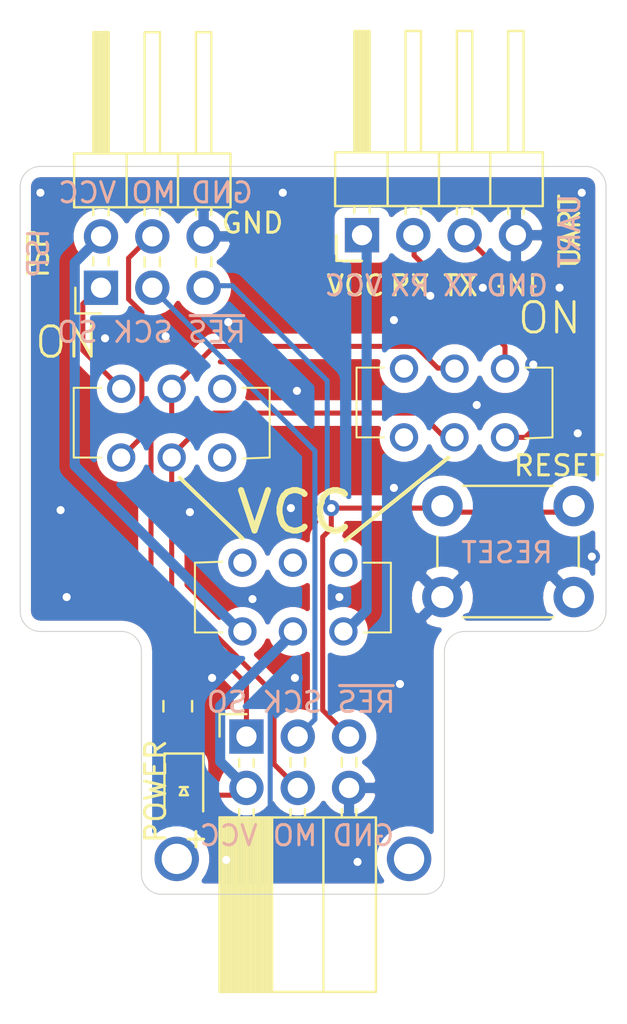
<source format=kicad_pcb>
(kicad_pcb (version 20171130) (host pcbnew "(5.1.8)-1")

  (general
    (thickness 1.6)
    (drawings 46)
    (tracks 97)
    (zones 0)
    (modules 9)
    (nets 21)
  )

  (page A4)
  (title_block
    (title "ISPxUART breakout")
    (rev __gitid__)
    (company "Two Bears s.r.o.")
    (comment 1 "Radek Hladík")
  )

  (layers
    (0 F.Cu signal)
    (31 B.Cu signal)
    (32 B.Adhes user)
    (33 F.Adhes user)
    (34 B.Paste user)
    (35 F.Paste user)
    (36 B.SilkS user)
    (37 F.SilkS user)
    (38 B.Mask user)
    (39 F.Mask user)
    (40 Dwgs.User user)
    (41 Cmts.User user)
    (42 Eco1.User user)
    (43 Eco2.User user)
    (44 Edge.Cuts user)
    (45 Margin user)
    (46 B.CrtYd user)
    (47 F.CrtYd user)
    (48 B.Fab user)
    (49 F.Fab user)
  )

  (setup
    (last_trace_width 0.25)
    (user_trace_width 0.25)
    (user_trace_width 0.5)
    (trace_clearance 0.2)
    (zone_clearance 0.508)
    (zone_45_only no)
    (trace_min 0.2)
    (via_size 0.8)
    (via_drill 0.4)
    (via_min_size 0.4)
    (via_min_drill 0.3)
    (uvia_size 0.3)
    (uvia_drill 0.1)
    (uvias_allowed no)
    (uvia_min_size 0.2)
    (uvia_min_drill 0.1)
    (edge_width 0.05)
    (segment_width 0.2)
    (pcb_text_width 0.3)
    (pcb_text_size 1.5 1.5)
    (mod_edge_width 0.12)
    (mod_text_size 1 1)
    (mod_text_width 0.15)
    (pad_size 1.524 1.524)
    (pad_drill 0.762)
    (pad_to_mask_clearance 0.05)
    (aux_axis_origin 0 0)
    (visible_elements 7FFFFFFF)
    (pcbplotparams
      (layerselection 0x010fc_ffffffff)
      (usegerberextensions false)
      (usegerberattributes true)
      (usegerberadvancedattributes true)
      (creategerberjobfile true)
      (excludeedgelayer true)
      (linewidth 0.100000)
      (plotframeref false)
      (viasonmask false)
      (mode 1)
      (useauxorigin false)
      (hpglpennumber 1)
      (hpglpenspeed 20)
      (hpglpendiameter 15.000000)
      (psnegative false)
      (psa4output false)
      (plotreference true)
      (plotvalue true)
      (plotinvisibletext false)
      (padsonsilk false)
      (subtractmaskfromsilk false)
      (outputformat 1)
      (mirror false)
      (drillshape 1)
      (scaleselection 1)
      (outputdirectory ""))
  )

  (net 0 "")
  (net 1 GND)
  (net 2 RESET_IN)
  (net 3 MOSI-TX1_IN)
  (net 4 SCK_IN)
  (net 5 VCC)
  (net 6 MISO-RX1_IN)
  (net 7 MOSI-TX1_OUT)
  (net 8 ISPVCC)
  (net 9 MISO-RX1_OUT)
  (net 10 TX_OUT)
  (net 11 RX_OUT)
  (net 12 UARTVCC)
  (net 13 "Net-(SISP1-Pad2)")
  (net 14 "Net-(SISP1-Pad1)")
  (net 15 "Net-(SPOWER1-Pad6)")
  (net 16 "Net-(SPOWER1-Pad4)")
  (net 17 "Net-(SPOWER1-Pad2)")
  (net 18 "Net-(SUART1-Pad6)")
  (net 19 "Net-(SUART1-Pad5)")
  (net 20 "Net-(D1-Pad1)")

  (net_class Default "This is the default net class."
    (clearance 0.2)
    (trace_width 0.25)
    (via_dia 0.8)
    (via_drill 0.4)
    (uvia_dia 0.3)
    (uvia_drill 0.1)
    (add_net GND)
    (add_net ISPVCC)
    (add_net MISO-RX1_IN)
    (add_net MISO-RX1_OUT)
    (add_net MOSI-TX1_IN)
    (add_net MOSI-TX1_OUT)
    (add_net "Net-(D1-Pad1)")
    (add_net "Net-(SISP1-Pad1)")
    (add_net "Net-(SISP1-Pad2)")
    (add_net "Net-(SPOWER1-Pad2)")
    (add_net "Net-(SPOWER1-Pad4)")
    (add_net "Net-(SPOWER1-Pad6)")
    (add_net "Net-(SUART1-Pad5)")
    (add_net "Net-(SUART1-Pad6)")
    (add_net RESET_IN)
    (add_net RX_OUT)
    (add_net SCK_IN)
    (add_net TX_OUT)
    (add_net UARTVCC)
    (add_net VCC)
  )

  (module K3-2235D:K32235DF1 locked (layer F.Cu) (tedit 0) (tstamp 5F597760)
    (at 128 57 270)
    (descr K3-2235D-F1-1)
    (tags Switch)
    (path /5F3FB208)
    (fp_text reference SUART1 (at 1.7 2.5 90) (layer F.SilkS) hide
      (effects (font (size 1.27 1.27) (thickness 0.254)))
    )
    (fp_text value K3-2235D-F1 (at 1.7 2.5 90) (layer F.SilkS) hide
      (effects (font (size 1.27 1.27) (thickness 0.254)))
    )
    (fp_line (start 3.4 7.35) (end 3.4 6) (layer F.SilkS) (width 0.1))
    (fp_line (start -0.05 7.35) (end 3.4 7.35) (layer F.SilkS) (width 0.1))
    (fp_line (start -0.05 6) (end -0.05 7.35) (layer F.SilkS) (width 0.1))
    (fp_line (start 3.4 -2.35) (end 3.45 -1) (layer F.SilkS) (width 0.1))
    (fp_line (start -0.05 -2.35) (end 3.4 -2.35) (layer F.SilkS) (width 0.1))
    (fp_line (start -0.05 -1) (end -0.05 -2.35) (layer F.SilkS) (width 0.1))
    (fp_line (start -1.7 8.35) (end -1.7 -3.35) (layer F.CrtYd) (width 0.1))
    (fp_line (start 5.1 8.35) (end -1.7 8.35) (layer F.CrtYd) (width 0.1))
    (fp_line (start 5.1 -3.35) (end 5.1 8.35) (layer F.CrtYd) (width 0.1))
    (fp_line (start -1.7 -3.35) (end 5.1 -3.35) (layer F.CrtYd) (width 0.1))
    (fp_line (start -0.05 7.35) (end -0.05 -2.35) (layer F.Fab) (width 0.2))
    (fp_line (start 3.45 7.35) (end -0.05 7.35) (layer F.Fab) (width 0.2))
    (fp_line (start 3.45 -2.35) (end 3.45 7.35) (layer F.Fab) (width 0.2))
    (fp_line (start -0.05 -2.35) (end 3.45 -2.35) (layer F.Fab) (width 0.2))
    (fp_text user %R (at 1.7 2.5 90) (layer F.Fab)
      (effects (font (size 1.27 1.27) (thickness 0.254)))
    )
    (pad 6 thru_hole circle (at 3.4 5 270) (size 1.4 1.4) (drill 0.9) (layers *.Cu *.Mask)
      (net 18 "Net-(SUART1-Pad6)"))
    (pad 5 thru_hole circle (at 0 5 270) (size 1.4 1.4) (drill 0.9) (layers *.Cu *.Mask)
      (net 19 "Net-(SUART1-Pad5)"))
    (pad 4 thru_hole circle (at 3.4 2.5 270) (size 1.4 1.4) (drill 0.9) (layers *.Cu *.Mask)
      (net 3 MOSI-TX1_IN))
    (pad 3 thru_hole circle (at 0 2.5 270) (size 1.4 1.4) (drill 0.9) (layers *.Cu *.Mask)
      (net 6 MISO-RX1_IN))
    (pad 2 thru_hole circle (at 3.4 0 270) (size 1.4 1.4) (drill 0.9) (layers *.Cu *.Mask)
      (net 10 TX_OUT))
    (pad 1 thru_hole circle (at 0 0 270) (size 1.4 1.4) (drill 0.9) (layers *.Cu *.Mask)
      (net 11 RX_OUT))
    (model K3-2235D-F1.stp
      (at (xyz 0 0 0))
      (scale (xyz 1 1 1))
      (rotate (xyz 0 0 0))
    )
    (model ${KIPRJMOD}/K3-2235D/3d/K3-2235D-F1.stp
      (at (xyz 0 0 0))
      (scale (xyz 1 1 1))
      (rotate (xyz 0 0 0))
    )
  )

  (module K3-2235D:K32235DF1 locked (layer F.Cu) (tedit 0) (tstamp 5F3F2D46)
    (at 115 70 90)
    (descr K3-2235D-F1-1)
    (tags Switch)
    (path /5F3FC19F)
    (fp_text reference SPOWER1 (at 1.7 2.5 90) (layer F.SilkS) hide
      (effects (font (size 1.27 1.27) (thickness 0.254)))
    )
    (fp_text value K3-2235D-F1 (at 1.7 2.5 90) (layer F.SilkS) hide
      (effects (font (size 1.27 1.27) (thickness 0.254)))
    )
    (fp_line (start 3.4 7.35) (end 3.4 6) (layer F.SilkS) (width 0.1))
    (fp_line (start -0.05 7.35) (end 3.4 7.35) (layer F.SilkS) (width 0.1))
    (fp_line (start -0.05 6) (end -0.05 7.35) (layer F.SilkS) (width 0.1))
    (fp_line (start 3.4 -2.35) (end 3.45 -1) (layer F.SilkS) (width 0.1))
    (fp_line (start -0.05 -2.35) (end 3.4 -2.35) (layer F.SilkS) (width 0.1))
    (fp_line (start -0.05 -1) (end -0.05 -2.35) (layer F.SilkS) (width 0.1))
    (fp_line (start -1.7 8.35) (end -1.7 -3.35) (layer F.CrtYd) (width 0.1))
    (fp_line (start 5.1 8.35) (end -1.7 8.35) (layer F.CrtYd) (width 0.1))
    (fp_line (start 5.1 -3.35) (end 5.1 8.35) (layer F.CrtYd) (width 0.1))
    (fp_line (start -1.7 -3.35) (end 5.1 -3.35) (layer F.CrtYd) (width 0.1))
    (fp_line (start -0.05 7.35) (end -0.05 -2.35) (layer F.Fab) (width 0.2))
    (fp_line (start 3.45 7.35) (end -0.05 7.35) (layer F.Fab) (width 0.2))
    (fp_line (start 3.45 -2.35) (end 3.45 7.35) (layer F.Fab) (width 0.2))
    (fp_line (start -0.05 -2.35) (end 3.45 -2.35) (layer F.Fab) (width 0.2))
    (fp_text user %R (at 1.7 2.5 90) (layer F.Fab)
      (effects (font (size 1.27 1.27) (thickness 0.254)))
    )
    (pad 6 thru_hole circle (at 3.4 5 90) (size 1.4 1.4) (drill 0.9) (layers *.Cu *.Mask)
      (net 15 "Net-(SPOWER1-Pad6)"))
    (pad 5 thru_hole circle (at 0 5 90) (size 1.4 1.4) (drill 0.9) (layers *.Cu *.Mask)
      (net 12 UARTVCC))
    (pad 4 thru_hole circle (at 3.4 2.5 90) (size 1.4 1.4) (drill 0.9) (layers *.Cu *.Mask)
      (net 16 "Net-(SPOWER1-Pad4)"))
    (pad 3 thru_hole circle (at 0 2.5 90) (size 1.4 1.4) (drill 0.9) (layers *.Cu *.Mask)
      (net 5 VCC))
    (pad 2 thru_hole circle (at 3.4 0 90) (size 1.4 1.4) (drill 0.9) (layers *.Cu *.Mask)
      (net 17 "Net-(SPOWER1-Pad2)"))
    (pad 1 thru_hole circle (at 0 0 90) (size 1.4 1.4) (drill 0.9) (layers *.Cu *.Mask)
      (net 8 ISPVCC))
    (model K3-2235D-F1.stp
      (at (xyz 0 0 0))
      (scale (xyz 1 1 1))
      (rotate (xyz 0 0 0))
    )
    (model ${KIPRJMOD}/K3-2235D/3d/K3-2235D-F1.stp
      (at (xyz 0 0 0))
      (scale (xyz 1 1 1))
      (rotate (xyz 0 0 0))
    )
  )

  (module K3-2235D:K32235DF1 locked (layer F.Cu) (tedit 0) (tstamp 5F3F2D2D)
    (at 114 58 270)
    (descr K3-2235D-F1-1)
    (tags Switch)
    (path /5F3FBBDB)
    (fp_text reference SISP1 (at 1.7 2.5 90) (layer F.SilkS) hide
      (effects (font (size 1.27 1.27) (thickness 0.254)))
    )
    (fp_text value K3-2235D-F1 (at 1.7 2.5 90) (layer F.SilkS) hide
      (effects (font (size 1.27 1.27) (thickness 0.254)))
    )
    (fp_line (start 3.4 7.35) (end 3.4 6) (layer F.SilkS) (width 0.1))
    (fp_line (start -0.05 7.35) (end 3.4 7.35) (layer F.SilkS) (width 0.1))
    (fp_line (start -0.05 6) (end -0.05 7.35) (layer F.SilkS) (width 0.1))
    (fp_line (start 3.4 -2.35) (end 3.45 -1) (layer F.SilkS) (width 0.1))
    (fp_line (start -0.05 -2.35) (end 3.4 -2.35) (layer F.SilkS) (width 0.1))
    (fp_line (start -0.05 -1) (end -0.05 -2.35) (layer F.SilkS) (width 0.1))
    (fp_line (start -1.7 8.35) (end -1.7 -3.35) (layer F.CrtYd) (width 0.1))
    (fp_line (start 5.1 8.35) (end -1.7 8.35) (layer F.CrtYd) (width 0.1))
    (fp_line (start 5.1 -3.35) (end 5.1 8.35) (layer F.CrtYd) (width 0.1))
    (fp_line (start -1.7 -3.35) (end 5.1 -3.35) (layer F.CrtYd) (width 0.1))
    (fp_line (start -0.05 7.35) (end -0.05 -2.35) (layer F.Fab) (width 0.2))
    (fp_line (start 3.45 7.35) (end -0.05 7.35) (layer F.Fab) (width 0.2))
    (fp_line (start 3.45 -2.35) (end 3.45 7.35) (layer F.Fab) (width 0.2))
    (fp_line (start -0.05 -2.35) (end 3.45 -2.35) (layer F.Fab) (width 0.2))
    (fp_text user %R (at 1.7 2.5 90) (layer F.Fab)
      (effects (font (size 1.27 1.27) (thickness 0.254)))
    )
    (pad 6 thru_hole circle (at 3.4 5 270) (size 1.4 1.4) (drill 0.9) (layers *.Cu *.Mask)
      (net 7 MOSI-TX1_OUT))
    (pad 5 thru_hole circle (at 0 5 270) (size 1.4 1.4) (drill 0.9) (layers *.Cu *.Mask)
      (net 9 MISO-RX1_OUT))
    (pad 4 thru_hole circle (at 3.4 2.5 270) (size 1.4 1.4) (drill 0.9) (layers *.Cu *.Mask)
      (net 3 MOSI-TX1_IN))
    (pad 3 thru_hole circle (at 0 2.5 270) (size 1.4 1.4) (drill 0.9) (layers *.Cu *.Mask)
      (net 6 MISO-RX1_IN))
    (pad 2 thru_hole circle (at 3.4 0 270) (size 1.4 1.4) (drill 0.9) (layers *.Cu *.Mask)
      (net 13 "Net-(SISP1-Pad2)"))
    (pad 1 thru_hole circle (at 0 0 270) (size 1.4 1.4) (drill 0.9) (layers *.Cu *.Mask)
      (net 14 "Net-(SISP1-Pad1)"))
    (model K3-2235D-F1.stp
      (at (xyz 0 0 0))
      (scale (xyz 1 1 1))
      (rotate (xyz 0 0 0))
    )
    (model ${KIPRJMOD}/K3-2235D/3d/K3-2235D-F1.stp
      (at (xyz 0 0 0))
      (scale (xyz 1 1 1))
      (rotate (xyz 0 0 0))
    )
  )

  (module Resistor_SMD:R_0805_2012Metric_Pad1.15x1.40mm_HandSolder (layer F.Cu) (tedit 5B36C52B) (tstamp 5F5FA33B)
    (at 111.8 73.7 90)
    (descr "Resistor SMD 0805 (2012 Metric), square (rectangular) end terminal, IPC_7351 nominal with elongated pad for handsoldering. (Body size source: https://docs.google.com/spreadsheets/d/1BsfQQcO9C6DZCsRaXUlFlo91Tg2WpOkGARC1WS5S8t0/edit?usp=sharing), generated with kicad-footprint-generator")
    (tags "resistor handsolder")
    (path /5F5F7D02)
    (attr smd)
    (fp_text reference R1 (at 0 -1.65 90) (layer F.SilkS) hide
      (effects (font (size 1 1) (thickness 0.15)))
    )
    (fp_text value 10K (at 0 1.65 90) (layer F.Fab)
      (effects (font (size 1 1) (thickness 0.15)))
    )
    (fp_line (start -1 0.6) (end -1 -0.6) (layer F.Fab) (width 0.1))
    (fp_line (start -1 -0.6) (end 1 -0.6) (layer F.Fab) (width 0.1))
    (fp_line (start 1 -0.6) (end 1 0.6) (layer F.Fab) (width 0.1))
    (fp_line (start 1 0.6) (end -1 0.6) (layer F.Fab) (width 0.1))
    (fp_line (start -0.261252 -0.71) (end 0.261252 -0.71) (layer F.SilkS) (width 0.12))
    (fp_line (start -0.261252 0.71) (end 0.261252 0.71) (layer F.SilkS) (width 0.12))
    (fp_line (start -1.85 0.95) (end -1.85 -0.95) (layer F.CrtYd) (width 0.05))
    (fp_line (start -1.85 -0.95) (end 1.85 -0.95) (layer F.CrtYd) (width 0.05))
    (fp_line (start 1.85 -0.95) (end 1.85 0.95) (layer F.CrtYd) (width 0.05))
    (fp_line (start 1.85 0.95) (end -1.85 0.95) (layer F.CrtYd) (width 0.05))
    (fp_text user %R (at 0 0 90) (layer F.Fab)
      (effects (font (size 0.5 0.5) (thickness 0.08)))
    )
    (pad 2 smd roundrect (at 1.025 0 90) (size 1.15 1.4) (layers F.Cu F.Paste F.Mask) (roundrect_rratio 0.217391)
      (net 1 GND))
    (pad 1 smd roundrect (at -1.025 0 90) (size 1.15 1.4) (layers F.Cu F.Paste F.Mask) (roundrect_rratio 0.217391)
      (net 20 "Net-(D1-Pad1)"))
    (model ${KISYS3DMOD}/Resistor_SMD.3dshapes/R_0805_2012Metric.wrl
      (at (xyz 0 0 0))
      (scale (xyz 1 1 1))
      (rotate (xyz 0 0 0))
    )
  )

  (module LED_SMD:LED_0805_2012Metric_Pad1.15x1.40mm_HandSolder (layer F.Cu) (tedit 5B4B45C9) (tstamp 5F5FA178)
    (at 112.1 77.9 270)
    (descr "LED SMD 0805 (2012 Metric), square (rectangular) end terminal, IPC_7351 nominal, (Body size source: https://docs.google.com/spreadsheets/d/1BsfQQcO9C6DZCsRaXUlFlo91Tg2WpOkGARC1WS5S8t0/edit?usp=sharing), generated with kicad-footprint-generator")
    (tags "LED handsolder")
    (path /5F5F6353)
    (attr smd)
    (fp_text reference D1 (at 0 -1.4 90) (layer F.SilkS) hide
      (effects (font (size 1 1) (thickness 0.15)))
    )
    (fp_text value RED (at 0 1.65 90) (layer F.Fab)
      (effects (font (size 1 1) (thickness 0.15)))
    )
    (fp_line (start 1 -0.6) (end -0.7 -0.6) (layer F.Fab) (width 0.1))
    (fp_line (start -0.7 -0.6) (end -1 -0.3) (layer F.Fab) (width 0.1))
    (fp_line (start -1 -0.3) (end -1 0.6) (layer F.Fab) (width 0.1))
    (fp_line (start -1 0.6) (end 1 0.6) (layer F.Fab) (width 0.1))
    (fp_line (start 1 0.6) (end 1 -0.6) (layer F.Fab) (width 0.1))
    (fp_line (start 1 -0.96) (end -1.86 -0.96) (layer F.SilkS) (width 0.12))
    (fp_line (start -1.86 -0.96) (end -1.86 0.96) (layer F.SilkS) (width 0.12))
    (fp_line (start -1.86 0.96) (end 1 0.96) (layer F.SilkS) (width 0.12))
    (fp_line (start -1.85 0.95) (end -1.85 -0.95) (layer F.CrtYd) (width 0.05))
    (fp_line (start -1.85 -0.95) (end 1.85 -0.95) (layer F.CrtYd) (width 0.05))
    (fp_line (start 1.85 -0.95) (end 1.85 0.95) (layer F.CrtYd) (width 0.05))
    (fp_line (start 1.85 0.95) (end -1.85 0.95) (layer F.CrtYd) (width 0.05))
    (fp_text user %R (at 0 0 90) (layer F.Fab)
      (effects (font (size 0.5 0.5) (thickness 0.08)))
    )
    (pad 2 smd roundrect (at 1.025 0 270) (size 1.15 1.4) (layers F.Cu F.Paste F.Mask) (roundrect_rratio 0.217391)
      (net 5 VCC))
    (pad 1 smd roundrect (at -1.025 0 270) (size 1.15 1.4) (layers F.Cu F.Paste F.Mask) (roundrect_rratio 0.217391)
      (net 20 "Net-(D1-Pad1)"))
    (model ${KISYS3DMOD}/LED_SMD.3dshapes/LED_0805_2012Metric.wrl
      (at (xyz 0 0 0))
      (scale (xyz 1 1 1))
      (rotate (xyz 0 0 0))
    )
  )

  (module Button_Switch_THT:SW_PUSH_6mm (layer F.Cu) (tedit 5A02FE31) (tstamp 5F597647)
    (at 124.9 63.8)
    (descr https://www.omron.com/ecb/products/pdf/en-b3f.pdf)
    (tags "tact sw push 6mm")
    (path /5F594047)
    (fp_text reference SW1 (at 3.25 -2) (layer F.SilkS) hide
      (effects (font (size 1 1) (thickness 0.15)))
    )
    (fp_text value SW_Push_Dual (at 3.75 6.7) (layer F.Fab)
      (effects (font (size 1 1) (thickness 0.15)))
    )
    (fp_circle (center 3.25 2.25) (end 1.25 2.5) (layer F.Fab) (width 0.1))
    (fp_line (start 6.75 3) (end 6.75 1.5) (layer F.SilkS) (width 0.12))
    (fp_line (start 5.5 -1) (end 1 -1) (layer F.SilkS) (width 0.12))
    (fp_line (start -0.25 1.5) (end -0.25 3) (layer F.SilkS) (width 0.12))
    (fp_line (start 1 5.5) (end 5.5 5.5) (layer F.SilkS) (width 0.12))
    (fp_line (start 8 -1.25) (end 8 5.75) (layer F.CrtYd) (width 0.05))
    (fp_line (start 7.75 6) (end -1.25 6) (layer F.CrtYd) (width 0.05))
    (fp_line (start -1.5 5.75) (end -1.5 -1.25) (layer F.CrtYd) (width 0.05))
    (fp_line (start -1.25 -1.5) (end 7.75 -1.5) (layer F.CrtYd) (width 0.05))
    (fp_line (start -1.5 6) (end -1.25 6) (layer F.CrtYd) (width 0.05))
    (fp_line (start -1.5 5.75) (end -1.5 6) (layer F.CrtYd) (width 0.05))
    (fp_line (start -1.5 -1.5) (end -1.25 -1.5) (layer F.CrtYd) (width 0.05))
    (fp_line (start -1.5 -1.25) (end -1.5 -1.5) (layer F.CrtYd) (width 0.05))
    (fp_line (start 8 -1.5) (end 8 -1.25) (layer F.CrtYd) (width 0.05))
    (fp_line (start 7.75 -1.5) (end 8 -1.5) (layer F.CrtYd) (width 0.05))
    (fp_line (start 8 6) (end 8 5.75) (layer F.CrtYd) (width 0.05))
    (fp_line (start 7.75 6) (end 8 6) (layer F.CrtYd) (width 0.05))
    (fp_line (start 0.25 -0.75) (end 3.25 -0.75) (layer F.Fab) (width 0.1))
    (fp_line (start 0.25 5.25) (end 0.25 -0.75) (layer F.Fab) (width 0.1))
    (fp_line (start 6.25 5.25) (end 0.25 5.25) (layer F.Fab) (width 0.1))
    (fp_line (start 6.25 -0.75) (end 6.25 5.25) (layer F.Fab) (width 0.1))
    (fp_line (start 3.25 -0.75) (end 6.25 -0.75) (layer F.Fab) (width 0.1))
    (fp_text user %R (at 3.25 2.25) (layer F.Fab)
      (effects (font (size 1 1) (thickness 0.15)))
    )
    (pad 1 thru_hole circle (at 6.5 0 90) (size 2 2) (drill 1.1) (layers *.Cu *.Mask)
      (net 2 RESET_IN))
    (pad 2 thru_hole circle (at 6.5 4.5 90) (size 2 2) (drill 1.1) (layers *.Cu *.Mask)
      (net 1 GND))
    (pad 1 thru_hole circle (at 0 0 90) (size 2 2) (drill 1.1) (layers *.Cu *.Mask)
      (net 2 RESET_IN))
    (pad 2 thru_hole circle (at 0 4.5 90) (size 2 2) (drill 1.1) (layers *.Cu *.Mask)
      (net 1 GND))
    (model ${KISYS3DMOD}/Button_Switch_THT.3dshapes/SW_PUSH_6mm.wrl
      (at (xyz 0 0 0))
      (scale (xyz 1 1 1))
      (rotate (xyz 0 0 0))
    )
  )

  (module Connector_PinHeader_2.54mm:PinHeader_1x04_P2.54mm_Horizontal (layer F.Cu) (tedit 59FED5CB) (tstamp 5F3F2D14)
    (at 120.92 50.4 90)
    (descr "Through hole angled pin header, 1x04, 2.54mm pitch, 6mm pin length, single row")
    (tags "Through hole angled pin header THT 1x04 2.54mm single row")
    (path /5F3EE571)
    (fp_text reference JUART1 (at 4.385 -2.27 90) (layer F.SilkS) hide
      (effects (font (size 1 1) (thickness 0.15)))
    )
    (fp_text value Conn_01x04_Male (at 4.385 9.89 90) (layer F.Fab)
      (effects (font (size 1 1) (thickness 0.15)))
    )
    (fp_line (start 2.135 -1.27) (end 4.04 -1.27) (layer F.Fab) (width 0.1))
    (fp_line (start 4.04 -1.27) (end 4.04 8.89) (layer F.Fab) (width 0.1))
    (fp_line (start 4.04 8.89) (end 1.5 8.89) (layer F.Fab) (width 0.1))
    (fp_line (start 1.5 8.89) (end 1.5 -0.635) (layer F.Fab) (width 0.1))
    (fp_line (start 1.5 -0.635) (end 2.135 -1.27) (layer F.Fab) (width 0.1))
    (fp_line (start -0.32 -0.32) (end 1.5 -0.32) (layer F.Fab) (width 0.1))
    (fp_line (start -0.32 -0.32) (end -0.32 0.32) (layer F.Fab) (width 0.1))
    (fp_line (start -0.32 0.32) (end 1.5 0.32) (layer F.Fab) (width 0.1))
    (fp_line (start 4.04 -0.32) (end 10.04 -0.32) (layer F.Fab) (width 0.1))
    (fp_line (start 10.04 -0.32) (end 10.04 0.32) (layer F.Fab) (width 0.1))
    (fp_line (start 4.04 0.32) (end 10.04 0.32) (layer F.Fab) (width 0.1))
    (fp_line (start -0.32 2.22) (end 1.5 2.22) (layer F.Fab) (width 0.1))
    (fp_line (start -0.32 2.22) (end -0.32 2.86) (layer F.Fab) (width 0.1))
    (fp_line (start -0.32 2.86) (end 1.5 2.86) (layer F.Fab) (width 0.1))
    (fp_line (start 4.04 2.22) (end 10.04 2.22) (layer F.Fab) (width 0.1))
    (fp_line (start 10.04 2.22) (end 10.04 2.86) (layer F.Fab) (width 0.1))
    (fp_line (start 4.04 2.86) (end 10.04 2.86) (layer F.Fab) (width 0.1))
    (fp_line (start -0.32 4.76) (end 1.5 4.76) (layer F.Fab) (width 0.1))
    (fp_line (start -0.32 4.76) (end -0.32 5.4) (layer F.Fab) (width 0.1))
    (fp_line (start -0.32 5.4) (end 1.5 5.4) (layer F.Fab) (width 0.1))
    (fp_line (start 4.04 4.76) (end 10.04 4.76) (layer F.Fab) (width 0.1))
    (fp_line (start 10.04 4.76) (end 10.04 5.4) (layer F.Fab) (width 0.1))
    (fp_line (start 4.04 5.4) (end 10.04 5.4) (layer F.Fab) (width 0.1))
    (fp_line (start -0.32 7.3) (end 1.5 7.3) (layer F.Fab) (width 0.1))
    (fp_line (start -0.32 7.3) (end -0.32 7.94) (layer F.Fab) (width 0.1))
    (fp_line (start -0.32 7.94) (end 1.5 7.94) (layer F.Fab) (width 0.1))
    (fp_line (start 4.04 7.3) (end 10.04 7.3) (layer F.Fab) (width 0.1))
    (fp_line (start 10.04 7.3) (end 10.04 7.94) (layer F.Fab) (width 0.1))
    (fp_line (start 4.04 7.94) (end 10.04 7.94) (layer F.Fab) (width 0.1))
    (fp_line (start 1.44 -1.33) (end 1.44 8.95) (layer F.SilkS) (width 0.12))
    (fp_line (start 1.44 8.95) (end 4.1 8.95) (layer F.SilkS) (width 0.12))
    (fp_line (start 4.1 8.95) (end 4.1 -1.33) (layer F.SilkS) (width 0.12))
    (fp_line (start 4.1 -1.33) (end 1.44 -1.33) (layer F.SilkS) (width 0.12))
    (fp_line (start 4.1 -0.38) (end 10.1 -0.38) (layer F.SilkS) (width 0.12))
    (fp_line (start 10.1 -0.38) (end 10.1 0.38) (layer F.SilkS) (width 0.12))
    (fp_line (start 10.1 0.38) (end 4.1 0.38) (layer F.SilkS) (width 0.12))
    (fp_line (start 4.1 -0.32) (end 10.1 -0.32) (layer F.SilkS) (width 0.12))
    (fp_line (start 4.1 -0.2) (end 10.1 -0.2) (layer F.SilkS) (width 0.12))
    (fp_line (start 4.1 -0.08) (end 10.1 -0.08) (layer F.SilkS) (width 0.12))
    (fp_line (start 4.1 0.04) (end 10.1 0.04) (layer F.SilkS) (width 0.12))
    (fp_line (start 4.1 0.16) (end 10.1 0.16) (layer F.SilkS) (width 0.12))
    (fp_line (start 4.1 0.28) (end 10.1 0.28) (layer F.SilkS) (width 0.12))
    (fp_line (start 1.11 -0.38) (end 1.44 -0.38) (layer F.SilkS) (width 0.12))
    (fp_line (start 1.11 0.38) (end 1.44 0.38) (layer F.SilkS) (width 0.12))
    (fp_line (start 1.44 1.27) (end 4.1 1.27) (layer F.SilkS) (width 0.12))
    (fp_line (start 4.1 2.16) (end 10.1 2.16) (layer F.SilkS) (width 0.12))
    (fp_line (start 10.1 2.16) (end 10.1 2.92) (layer F.SilkS) (width 0.12))
    (fp_line (start 10.1 2.92) (end 4.1 2.92) (layer F.SilkS) (width 0.12))
    (fp_line (start 1.042929 2.16) (end 1.44 2.16) (layer F.SilkS) (width 0.12))
    (fp_line (start 1.042929 2.92) (end 1.44 2.92) (layer F.SilkS) (width 0.12))
    (fp_line (start 1.44 3.81) (end 4.1 3.81) (layer F.SilkS) (width 0.12))
    (fp_line (start 4.1 4.7) (end 10.1 4.7) (layer F.SilkS) (width 0.12))
    (fp_line (start 10.1 4.7) (end 10.1 5.46) (layer F.SilkS) (width 0.12))
    (fp_line (start 10.1 5.46) (end 4.1 5.46) (layer F.SilkS) (width 0.12))
    (fp_line (start 1.042929 4.7) (end 1.44 4.7) (layer F.SilkS) (width 0.12))
    (fp_line (start 1.042929 5.46) (end 1.44 5.46) (layer F.SilkS) (width 0.12))
    (fp_line (start 1.44 6.35) (end 4.1 6.35) (layer F.SilkS) (width 0.12))
    (fp_line (start 4.1 7.24) (end 10.1 7.24) (layer F.SilkS) (width 0.12))
    (fp_line (start 10.1 7.24) (end 10.1 8) (layer F.SilkS) (width 0.12))
    (fp_line (start 10.1 8) (end 4.1 8) (layer F.SilkS) (width 0.12))
    (fp_line (start 1.042929 7.24) (end 1.44 7.24) (layer F.SilkS) (width 0.12))
    (fp_line (start 1.042929 8) (end 1.44 8) (layer F.SilkS) (width 0.12))
    (fp_line (start -1.27 0) (end -1.27 -1.27) (layer F.SilkS) (width 0.12))
    (fp_line (start -1.27 -1.27) (end 0 -1.27) (layer F.SilkS) (width 0.12))
    (fp_line (start -1.8 -1.8) (end -1.8 9.4) (layer F.CrtYd) (width 0.05))
    (fp_line (start -1.8 9.4) (end 10.55 9.4) (layer F.CrtYd) (width 0.05))
    (fp_line (start 10.55 9.4) (end 10.55 -1.8) (layer F.CrtYd) (width 0.05))
    (fp_line (start 10.55 -1.8) (end -1.8 -1.8) (layer F.CrtYd) (width 0.05))
    (fp_text user %R (at 2.77 3.81) (layer F.Fab) hide
      (effects (font (size 1 1) (thickness 0.15)))
    )
    (pad 4 thru_hole oval (at 0 7.62 90) (size 1.7 1.7) (drill 1) (layers *.Cu *.Mask)
      (net 1 GND))
    (pad 3 thru_hole oval (at 0 5.08 90) (size 1.7 1.7) (drill 1) (layers *.Cu *.Mask)
      (net 10 TX_OUT))
    (pad 2 thru_hole oval (at 0 2.54 90) (size 1.7 1.7) (drill 1) (layers *.Cu *.Mask)
      (net 11 RX_OUT))
    (pad 1 thru_hole rect (at 0 0 90) (size 1.7 1.7) (drill 1) (layers *.Cu *.Mask)
      (net 12 UARTVCC))
    (model ${KISYS3DMOD}/Connector_PinHeader_2.54mm.3dshapes/PinHeader_1x04_P2.54mm_Horizontal.wrl
      (at (xyz 0 0 0))
      (scale (xyz 1 1 1))
      (rotate (xyz 0 0 0))
    )
  )

  (module Connector_PinHeader_2.54mm:PinHeader_2x03_P2.54mm_Horizontal (layer F.Cu) (tedit 59FED5CB) (tstamp 5F3F2CC7)
    (at 108 53 90)
    (descr "Through hole angled pin header, 2x03, 2.54mm pitch, 6mm pin length, double rows")
    (tags "Through hole angled pin header THT 2x03 2.54mm double row")
    (path /5F3ED8AF)
    (fp_text reference JISP2 (at 5.655 -2.27 90) (layer F.SilkS) hide
      (effects (font (size 1 1) (thickness 0.15)))
    )
    (fp_text value Conn_02x03_Odd_Even (at 5.655 7.35 90) (layer F.Fab)
      (effects (font (size 1 1) (thickness 0.15)))
    )
    (fp_line (start 4.675 -1.27) (end 6.58 -1.27) (layer F.Fab) (width 0.1))
    (fp_line (start 6.58 -1.27) (end 6.58 6.35) (layer F.Fab) (width 0.1))
    (fp_line (start 6.58 6.35) (end 4.04 6.35) (layer F.Fab) (width 0.1))
    (fp_line (start 4.04 6.35) (end 4.04 -0.635) (layer F.Fab) (width 0.1))
    (fp_line (start 4.04 -0.635) (end 4.675 -1.27) (layer F.Fab) (width 0.1))
    (fp_line (start -0.32 -0.32) (end 4.04 -0.32) (layer F.Fab) (width 0.1))
    (fp_line (start -0.32 -0.32) (end -0.32 0.32) (layer F.Fab) (width 0.1))
    (fp_line (start -0.32 0.32) (end 4.04 0.32) (layer F.Fab) (width 0.1))
    (fp_line (start 6.58 -0.32) (end 12.58 -0.32) (layer F.Fab) (width 0.1))
    (fp_line (start 12.58 -0.32) (end 12.58 0.32) (layer F.Fab) (width 0.1))
    (fp_line (start 6.58 0.32) (end 12.58 0.32) (layer F.Fab) (width 0.1))
    (fp_line (start -0.32 2.22) (end 4.04 2.22) (layer F.Fab) (width 0.1))
    (fp_line (start -0.32 2.22) (end -0.32 2.86) (layer F.Fab) (width 0.1))
    (fp_line (start -0.32 2.86) (end 4.04 2.86) (layer F.Fab) (width 0.1))
    (fp_line (start 6.58 2.22) (end 12.58 2.22) (layer F.Fab) (width 0.1))
    (fp_line (start 12.58 2.22) (end 12.58 2.86) (layer F.Fab) (width 0.1))
    (fp_line (start 6.58 2.86) (end 12.58 2.86) (layer F.Fab) (width 0.1))
    (fp_line (start -0.32 4.76) (end 4.04 4.76) (layer F.Fab) (width 0.1))
    (fp_line (start -0.32 4.76) (end -0.32 5.4) (layer F.Fab) (width 0.1))
    (fp_line (start -0.32 5.4) (end 4.04 5.4) (layer F.Fab) (width 0.1))
    (fp_line (start 6.58 4.76) (end 12.58 4.76) (layer F.Fab) (width 0.1))
    (fp_line (start 12.58 4.76) (end 12.58 5.4) (layer F.Fab) (width 0.1))
    (fp_line (start 6.58 5.4) (end 12.58 5.4) (layer F.Fab) (width 0.1))
    (fp_line (start 3.98 -1.33) (end 3.98 6.41) (layer F.SilkS) (width 0.12))
    (fp_line (start 3.98 6.41) (end 6.64 6.41) (layer F.SilkS) (width 0.12))
    (fp_line (start 6.64 6.41) (end 6.64 -1.33) (layer F.SilkS) (width 0.12))
    (fp_line (start 6.64 -1.33) (end 3.98 -1.33) (layer F.SilkS) (width 0.12))
    (fp_line (start 6.64 -0.38) (end 12.64 -0.38) (layer F.SilkS) (width 0.12))
    (fp_line (start 12.64 -0.38) (end 12.64 0.38) (layer F.SilkS) (width 0.12))
    (fp_line (start 12.64 0.38) (end 6.64 0.38) (layer F.SilkS) (width 0.12))
    (fp_line (start 6.64 -0.32) (end 12.64 -0.32) (layer F.SilkS) (width 0.12))
    (fp_line (start 6.64 -0.2) (end 12.64 -0.2) (layer F.SilkS) (width 0.12))
    (fp_line (start 6.64 -0.08) (end 12.64 -0.08) (layer F.SilkS) (width 0.12))
    (fp_line (start 6.64 0.04) (end 12.64 0.04) (layer F.SilkS) (width 0.12))
    (fp_line (start 6.64 0.16) (end 12.64 0.16) (layer F.SilkS) (width 0.12))
    (fp_line (start 6.64 0.28) (end 12.64 0.28) (layer F.SilkS) (width 0.12))
    (fp_line (start 3.582929 -0.38) (end 3.98 -0.38) (layer F.SilkS) (width 0.12))
    (fp_line (start 3.582929 0.38) (end 3.98 0.38) (layer F.SilkS) (width 0.12))
    (fp_line (start 1.11 -0.38) (end 1.497071 -0.38) (layer F.SilkS) (width 0.12))
    (fp_line (start 1.11 0.38) (end 1.497071 0.38) (layer F.SilkS) (width 0.12))
    (fp_line (start 3.98 1.27) (end 6.64 1.27) (layer F.SilkS) (width 0.12))
    (fp_line (start 6.64 2.16) (end 12.64 2.16) (layer F.SilkS) (width 0.12))
    (fp_line (start 12.64 2.16) (end 12.64 2.92) (layer F.SilkS) (width 0.12))
    (fp_line (start 12.64 2.92) (end 6.64 2.92) (layer F.SilkS) (width 0.12))
    (fp_line (start 3.582929 2.16) (end 3.98 2.16) (layer F.SilkS) (width 0.12))
    (fp_line (start 3.582929 2.92) (end 3.98 2.92) (layer F.SilkS) (width 0.12))
    (fp_line (start 1.042929 2.16) (end 1.497071 2.16) (layer F.SilkS) (width 0.12))
    (fp_line (start 1.042929 2.92) (end 1.497071 2.92) (layer F.SilkS) (width 0.12))
    (fp_line (start 3.98 3.81) (end 6.64 3.81) (layer F.SilkS) (width 0.12))
    (fp_line (start 6.64 4.7) (end 12.64 4.7) (layer F.SilkS) (width 0.12))
    (fp_line (start 12.64 4.7) (end 12.64 5.46) (layer F.SilkS) (width 0.12))
    (fp_line (start 12.64 5.46) (end 6.64 5.46) (layer F.SilkS) (width 0.12))
    (fp_line (start 3.582929 4.7) (end 3.98 4.7) (layer F.SilkS) (width 0.12))
    (fp_line (start 3.582929 5.46) (end 3.98 5.46) (layer F.SilkS) (width 0.12))
    (fp_line (start 1.042929 4.7) (end 1.497071 4.7) (layer F.SilkS) (width 0.12))
    (fp_line (start 1.042929 5.46) (end 1.497071 5.46) (layer F.SilkS) (width 0.12))
    (fp_line (start -1.27 0) (end -1.27 -1.27) (layer F.SilkS) (width 0.12))
    (fp_line (start -1.27 -1.27) (end 0 -1.27) (layer F.SilkS) (width 0.12))
    (fp_line (start -1.8 -1.8) (end -1.8 6.85) (layer F.CrtYd) (width 0.05))
    (fp_line (start -1.8 6.85) (end 13.1 6.85) (layer F.CrtYd) (width 0.05))
    (fp_line (start 13.1 6.85) (end 13.1 -1.8) (layer F.CrtYd) (width 0.05))
    (fp_line (start 13.1 -1.8) (end -1.8 -1.8) (layer F.CrtYd) (width 0.05))
    (fp_text user %R (at 5.31 2.54) (layer F.Fab) hide
      (effects (font (size 1 1) (thickness 0.15)))
    )
    (pad 6 thru_hole oval (at 2.54 5.08 90) (size 1.7 1.7) (drill 1) (layers *.Cu *.Mask)
      (net 1 GND))
    (pad 5 thru_hole oval (at 0 5.08 90) (size 1.7 1.7) (drill 1) (layers *.Cu *.Mask)
      (net 2 RESET_IN))
    (pad 4 thru_hole oval (at 2.54 2.54 90) (size 1.7 1.7) (drill 1) (layers *.Cu *.Mask)
      (net 7 MOSI-TX1_OUT))
    (pad 3 thru_hole oval (at 0 2.54 90) (size 1.7 1.7) (drill 1) (layers *.Cu *.Mask)
      (net 4 SCK_IN))
    (pad 2 thru_hole oval (at 2.54 0 90) (size 1.7 1.7) (drill 1) (layers *.Cu *.Mask)
      (net 8 ISPVCC))
    (pad 1 thru_hole rect (at 0 0 90) (size 1.7 1.7) (drill 1) (layers *.Cu *.Mask)
      (net 9 MISO-RX1_OUT))
    (model ${KISYS3DMOD}/Connector_PinHeader_2.54mm.3dshapes/PinHeader_2x03_P2.54mm_Horizontal.wrl
      (at (xyz 0 0 0))
      (scale (xyz 1 1 1))
      (rotate (xyz 0 0 0))
    )
  )

  (module Connector_PinSocket_2.54mm:PinSocket_2x03_P2.54mm_Horizontal (layer F.Cu) (tedit 5A19A431) (tstamp 5F3F3194)
    (at 115.2 75.2 90)
    (descr "Through hole angled socket strip, 2x03, 2.54mm pitch, 8.51mm socket length, double cols (from Kicad 4.0.7), script generated")
    (tags "Through hole angled socket strip THT 2x03 2.54mm double row")
    (path /5F3ECF4F)
    (fp_text reference JISP1 (at -5.65 -2.77 90) (layer F.SilkS) hide
      (effects (font (size 1 1) (thickness 0.15)))
    )
    (fp_text value Conn_02x03_Odd_Even (at -5.65 7.85 90) (layer F.Fab)
      (effects (font (size 1 1) (thickness 0.15)))
    )
    (fp_line (start -12.57 -1.27) (end -5.03 -1.27) (layer F.Fab) (width 0.1))
    (fp_line (start -5.03 -1.27) (end -4.06 -0.3) (layer F.Fab) (width 0.1))
    (fp_line (start -4.06 -0.3) (end -4.06 6.35) (layer F.Fab) (width 0.1))
    (fp_line (start -4.06 6.35) (end -12.57 6.35) (layer F.Fab) (width 0.1))
    (fp_line (start -12.57 6.35) (end -12.57 -1.27) (layer F.Fab) (width 0.1))
    (fp_line (start 0 -0.3) (end -4.06 -0.3) (layer F.Fab) (width 0.1))
    (fp_line (start -4.06 0.3) (end 0 0.3) (layer F.Fab) (width 0.1))
    (fp_line (start 0 0.3) (end 0 -0.3) (layer F.Fab) (width 0.1))
    (fp_line (start 0 2.24) (end -4.06 2.24) (layer F.Fab) (width 0.1))
    (fp_line (start -4.06 2.84) (end 0 2.84) (layer F.Fab) (width 0.1))
    (fp_line (start 0 2.84) (end 0 2.24) (layer F.Fab) (width 0.1))
    (fp_line (start 0 4.78) (end -4.06 4.78) (layer F.Fab) (width 0.1))
    (fp_line (start -4.06 5.38) (end 0 5.38) (layer F.Fab) (width 0.1))
    (fp_line (start 0 5.38) (end 0 4.78) (layer F.Fab) (width 0.1))
    (fp_line (start -12.63 -1.21) (end -4 -1.21) (layer F.SilkS) (width 0.12))
    (fp_line (start -12.63 -1.091905) (end -4 -1.091905) (layer F.SilkS) (width 0.12))
    (fp_line (start -12.63 -0.97381) (end -4 -0.97381) (layer F.SilkS) (width 0.12))
    (fp_line (start -12.63 -0.855715) (end -4 -0.855715) (layer F.SilkS) (width 0.12))
    (fp_line (start -12.63 -0.73762) (end -4 -0.73762) (layer F.SilkS) (width 0.12))
    (fp_line (start -12.63 -0.619525) (end -4 -0.619525) (layer F.SilkS) (width 0.12))
    (fp_line (start -12.63 -0.50143) (end -4 -0.50143) (layer F.SilkS) (width 0.12))
    (fp_line (start -12.63 -0.383335) (end -4 -0.383335) (layer F.SilkS) (width 0.12))
    (fp_line (start -12.63 -0.26524) (end -4 -0.26524) (layer F.SilkS) (width 0.12))
    (fp_line (start -12.63 -0.147145) (end -4 -0.147145) (layer F.SilkS) (width 0.12))
    (fp_line (start -12.63 -0.02905) (end -4 -0.02905) (layer F.SilkS) (width 0.12))
    (fp_line (start -12.63 0.089045) (end -4 0.089045) (layer F.SilkS) (width 0.12))
    (fp_line (start -12.63 0.20714) (end -4 0.20714) (layer F.SilkS) (width 0.12))
    (fp_line (start -12.63 0.325235) (end -4 0.325235) (layer F.SilkS) (width 0.12))
    (fp_line (start -12.63 0.44333) (end -4 0.44333) (layer F.SilkS) (width 0.12))
    (fp_line (start -12.63 0.561425) (end -4 0.561425) (layer F.SilkS) (width 0.12))
    (fp_line (start -12.63 0.67952) (end -4 0.67952) (layer F.SilkS) (width 0.12))
    (fp_line (start -12.63 0.797615) (end -4 0.797615) (layer F.SilkS) (width 0.12))
    (fp_line (start -12.63 0.91571) (end -4 0.91571) (layer F.SilkS) (width 0.12))
    (fp_line (start -12.63 1.033805) (end -4 1.033805) (layer F.SilkS) (width 0.12))
    (fp_line (start -12.63 1.1519) (end -4 1.1519) (layer F.SilkS) (width 0.12))
    (fp_line (start -4 -0.36) (end -3.59 -0.36) (layer F.SilkS) (width 0.12))
    (fp_line (start -1.49 -0.36) (end -1.11 -0.36) (layer F.SilkS) (width 0.12))
    (fp_line (start -4 0.36) (end -3.59 0.36) (layer F.SilkS) (width 0.12))
    (fp_line (start -1.49 0.36) (end -1.11 0.36) (layer F.SilkS) (width 0.12))
    (fp_line (start -4 2.18) (end -3.59 2.18) (layer F.SilkS) (width 0.12))
    (fp_line (start -1.49 2.18) (end -1.05 2.18) (layer F.SilkS) (width 0.12))
    (fp_line (start -4 2.9) (end -3.59 2.9) (layer F.SilkS) (width 0.12))
    (fp_line (start -1.49 2.9) (end -1.05 2.9) (layer F.SilkS) (width 0.12))
    (fp_line (start -4 4.72) (end -3.59 4.72) (layer F.SilkS) (width 0.12))
    (fp_line (start -1.49 4.72) (end -1.05 4.72) (layer F.SilkS) (width 0.12))
    (fp_line (start -4 5.44) (end -3.59 5.44) (layer F.SilkS) (width 0.12))
    (fp_line (start -1.49 5.44) (end -1.05 5.44) (layer F.SilkS) (width 0.12))
    (fp_line (start -12.63 1.27) (end -4 1.27) (layer F.SilkS) (width 0.12))
    (fp_line (start -12.63 3.81) (end -4 3.81) (layer F.SilkS) (width 0.12))
    (fp_line (start -12.63 -1.33) (end -4 -1.33) (layer F.SilkS) (width 0.12))
    (fp_line (start -4 -1.33) (end -4 6.41) (layer F.SilkS) (width 0.12))
    (fp_line (start -12.63 6.41) (end -4 6.41) (layer F.SilkS) (width 0.12))
    (fp_line (start -12.63 -1.33) (end -12.63 6.41) (layer F.SilkS) (width 0.12))
    (fp_line (start 1.11 -1.33) (end 1.11 0) (layer F.SilkS) (width 0.12))
    (fp_line (start 0 -1.33) (end 1.11 -1.33) (layer F.SilkS) (width 0.12))
    (fp_line (start 1.8 -1.8) (end -13.05 -1.8) (layer F.CrtYd) (width 0.05))
    (fp_line (start -13.05 -1.8) (end -13.05 6.85) (layer F.CrtYd) (width 0.05))
    (fp_line (start -13.05 6.85) (end 1.8 6.85) (layer F.CrtYd) (width 0.05))
    (fp_line (start 1.8 6.85) (end 1.8 -1.8) (layer F.CrtYd) (width 0.05))
    (fp_text user %R (at -8.315 2.54 90) (layer F.Fab) hide
      (effects (font (size 1 1) (thickness 0.15)))
    )
    (pad 6 thru_hole oval (at -2.54 5.08 90) (size 1.7 1.7) (drill 1) (layers *.Cu *.Mask)
      (net 1 GND))
    (pad 5 thru_hole oval (at 0 5.08 90) (size 1.7 1.7) (drill 1) (layers *.Cu *.Mask)
      (net 2 RESET_IN))
    (pad 4 thru_hole oval (at -2.54 2.54 90) (size 1.7 1.7) (drill 1) (layers *.Cu *.Mask)
      (net 3 MOSI-TX1_IN))
    (pad 3 thru_hole oval (at 0 2.54 90) (size 1.7 1.7) (drill 1) (layers *.Cu *.Mask)
      (net 4 SCK_IN))
    (pad 2 thru_hole oval (at -2.54 0 90) (size 1.7 1.7) (drill 1) (layers *.Cu *.Mask)
      (net 5 VCC))
    (pad 1 thru_hole rect (at 0 0 90) (size 1.7 1.7) (drill 1) (layers *.Cu *.Mask)
      (net 6 MISO-RX1_IN))
    (model ${KISYS3DMOD}/Connector_PinSocket_2.54mm.3dshapes/PinSocket_2x03_P2.54mm_Horizontal.wrl
      (at (xyz 0 0 0))
      (scale (xyz 1 1 1))
      (rotate (xyz 0 0 0))
    )
  )

  (gr_line (start 111.9 77.7) (end 112.3 77.7) (layer F.SilkS) (width 0.12))
  (gr_line (start 112.1 77.7) (end 111.9 78.1) (layer F.SilkS) (width 0.12))
  (gr_line (start 112.3 78.1) (end 112.1 77.7) (layer F.SilkS) (width 0.12))
  (gr_line (start 111.9 78.1) (end 112.3 78.1) (layer F.SilkS) (width 0.12))
  (gr_text POWER (at 110.7 77.9 90) (layer F.SilkS)
    (effects (font (size 1 1) (thickness 0.15)))
  )
  (gr_text + (at 112.7 80.2) (layer F.SilkS)
    (effects (font (size 1 1) (thickness 0.15)))
  )
  (gr_text RESET (at 128.1 66.1) (layer B.SilkS) (tstamp 5F5FB149)
    (effects (font (size 1 1) (thickness 0.15)) (justify mirror))
  )
  (gr_text "~RES~ SCK SO" (at 117.9 73.5) (layer B.SilkS) (tstamp 5F5FB0AE)
    (effects (font (size 1 1) (thickness 0.15)) (justify mirror))
  )
  (gr_text "GND MO VCC\n" (at 117.7 80.1) (layer B.SilkS) (tstamp 5F5FB0AB)
    (effects (font (size 1 1) (thickness 0.15)) (justify mirror))
  )
  (gr_text "~RES~ SCK SO" (at 110.5 55.2) (layer B.SilkS) (tstamp 5F5FB006)
    (effects (font (size 1 1) (thickness 0.15)) (justify mirror))
  )
  (gr_text "GND MO VCC\n" (at 110.7 48.3) (layer B.SilkS)
    (effects (font (size 1 1) (thickness 0.15)) (justify mirror))
  )
  (gr_text ISP (at 104.9 51.3 90) (layer B.SilkS) (tstamp 5F5FAF64)
    (effects (font (size 1 1) (thickness 0.15)) (justify mirror))
  )
  (gr_text UART (at 131.2 50.2 90) (layer B.SilkS) (tstamp 5F5FAF60)
    (effects (font (size 1 1) (thickness 0.15)) (justify mirror))
  )
  (gr_text GND (at 128.6 52.9) (layer B.SilkS) (tstamp 5F5FAEC4)
    (effects (font (size 1 1) (thickness 0.15)) (justify mirror))
  )
  (gr_text TX (at 125.8 52.9) (layer B.SilkS) (tstamp 5F5FAEC0)
    (effects (font (size 1 1) (thickness 0.15)) (justify mirror))
  )
  (gr_text RX (at 123.3 52.9) (layer B.SilkS) (tstamp 5F5FAEBC)
    (effects (font (size 1 1) (thickness 0.15)) (justify mirror))
  )
  (gr_text VCC (at 120.5 52.9) (layer B.SilkS) (tstamp 5F5FAEB8)
    (effects (font (size 1 1) (thickness 0.15)) (justify mirror))
  )
  (gr_line (start 120.1 65.5) (end 125.2 61.4) (layer F.SilkS) (width 0.2))
  (gr_line (start 115 65.4) (end 111.9 62.4) (layer F.SilkS) (width 0.2))
  (gr_text GND (at 115.5 49.8) (layer F.SilkS)
    (effects (font (size 1 1) (thickness 0.15)))
  )
  (gr_text ON (at 106.3 55.7) (layer F.SilkS) (tstamp 5F598832)
    (effects (font (size 1.5 1.5) (thickness 0.15)))
  )
  (gr_text ON (at 130.2 54.5) (layer F.SilkS)
    (effects (font (size 1.5 1.5) (thickness 0.15)))
  )
  (gr_text GND (at 128.6 52.9) (layer F.SilkS)
    (effects (font (size 1 1) (thickness 0.15)))
  )
  (gr_text TX (at 125.8 52.9) (layer F.SilkS)
    (effects (font (size 1 1) (thickness 0.15)))
  )
  (gr_text RX (at 123.3 52.9) (layer F.SilkS)
    (effects (font (size 1 1) (thickness 0.15)))
  )
  (gr_text VCC (at 120.6 52.9) (layer F.SilkS)
    (effects (font (size 1 1) (thickness 0.15)))
  )
  (gr_text RESET (at 130.7 61.8) (layer F.SilkS)
    (effects (font (size 1 1) (thickness 0.15)))
  )
  (gr_text ISP (at 104.9 51.3 90) (layer F.SilkS) (tstamp 5F59866F)
    (effects (font (size 1 1) (thickness 0.15)))
  )
  (gr_text UART (at 131.2 50.2 90) (layer F.SilkS)
    (effects (font (size 1 1) (thickness 0.15)))
  )
  (gr_text VCC (at 117.6 64.1) (layer F.SilkS) (tstamp 5F5985D5)
    (effects (font (size 2 2) (thickness 0.3)))
  )
  (gr_arc (start 111 82) (end 110 82) (angle -90) (layer Edge.Cuts) (width 0.05))
  (gr_arc (start 124 82) (end 124 83) (angle -90) (layer Edge.Cuts) (width 0.05))
  (gr_arc (start 126 71) (end 126 70) (angle -90) (layer Edge.Cuts) (width 0.05))
  (gr_arc (start 109 71) (end 110 71) (angle -90) (layer Edge.Cuts) (width 0.05))
  (gr_arc (start 105 69) (end 104 69) (angle -90) (layer Edge.Cuts) (width 0.05))
  (gr_arc (start 105 48) (end 105 47) (angle -90) (layer Edge.Cuts) (width 0.05))
  (gr_arc (start 132 48) (end 133 48) (angle -90) (layer Edge.Cuts) (width 0.05))
  (gr_arc (start 132 69) (end 132 70) (angle -90) (layer Edge.Cuts) (width 0.05))
  (gr_line (start 104 69) (end 104 48) (layer Edge.Cuts) (width 0.05))
  (gr_line (start 133 48) (end 133 69) (layer Edge.Cuts) (width 0.05) (tstamp 5F3F3A71))
  (gr_line (start 110 82) (end 110 71) (layer Edge.Cuts) (width 0.05) (tstamp 5F3F3A52))
  (gr_line (start 125 82) (end 125 71) (layer Edge.Cuts) (width 0.05) (tstamp 5F3F3A51))
  (gr_line (start 111 83) (end 124 83) (layer Edge.Cuts) (width 0.05))
  (gr_line (start 126 70) (end 132 70) (layer Edge.Cuts) (width 0.05))
  (gr_line (start 109 70) (end 105 70) (layer Edge.Cuts) (width 0.05) (tstamp 5F3F3A79))
  (gr_line (start 132 47) (end 105 47) (layer Edge.Cuts) (width 0.05))

  (via (at 123.25 81.25) (size 2.2) (drill 1.5) (layers F.Cu B.Cu) (net 0) (tstamp 5F3F6461))
  (via (at 111.75 81.25) (size 2.2) (drill 1.5) (layers F.Cu B.Cu) (net 0) (tstamp 5F3F6466))
  (via (at 126.6 58.8) (size 0.8) (drill 0.4) (layers F.Cu B.Cu) (net 1))
  (via (at 112.4 64.1) (size 0.8) (drill 0.4) (layers F.Cu B.Cu) (net 1))
  (via (at 117.4 63.9) (size 0.8) (drill 0.4) (layers F.Cu B.Cu) (net 1))
  (via (at 122.5 62.9) (size 0.8) (drill 0.4) (layers F.Cu B.Cu) (net 1))
  (via (at 132.3 66.3) (size 0.8) (drill 0.4) (layers F.Cu B.Cu) (net 1))
  (via (at 122.8 72.6) (size 0.8) (drill 0.4) (layers F.Cu B.Cu) (net 1))
  (via (at 117.6 72.3) (size 0.8) (drill 0.4) (layers F.Cu B.Cu) (net 1))
  (via (at 113.5 72.3) (size 0.8) (drill 0.4) (layers F.Cu B.Cu) (net 1))
  (via (at 115.5 68.4) (size 0.8) (drill 0.4) (layers F.Cu B.Cu) (net 1))
  (via (at 119.8 68.3) (size 0.8) (drill 0.4) (layers F.Cu B.Cu) (net 1))
  (via (at 106 64) (size 0.8) (drill 0.4) (layers F.Cu B.Cu) (net 1))
  (via (at 106.3 68.3) (size 0.8) (drill 0.4) (layers F.Cu B.Cu) (net 1))
  (via (at 111.2 55.4) (size 0.8) (drill 0.4) (layers F.Cu B.Cu) (net 1))
  (via (at 122.5 54.6) (size 0.8) (drill 0.4) (layers F.Cu B.Cu) (net 1))
  (via (at 124.3 53.4) (size 0.8) (drill 0.4) (layers F.Cu B.Cu) (net 1))
  (via (at 130.7 53) (size 0.8) (drill 0.4) (layers F.Cu B.Cu) (net 1))
  (via (at 131.8 48.3) (size 0.8) (drill 0.4) (layers F.Cu B.Cu) (net 1))
  (via (at 117 48.3) (size 0.8) (drill 0.4) (layers F.Cu B.Cu) (net 1))
  (via (at 105 48.3) (size 0.8) (drill 0.4) (layers F.Cu B.Cu) (net 1))
  (via (at 126.9 53) (size 0.8) (drill 0.4) (layers F.Cu B.Cu) (net 1))
  (via (at 129.4 56.8) (size 0.8) (drill 0.4) (layers F.Cu B.Cu) (net 1))
  (via (at 131.6 60.2) (size 0.8) (drill 0.4) (layers F.Cu B.Cu) (net 1))
  (via (at 108.2 55.5) (size 0.8) (drill 0.4) (layers F.Cu B.Cu) (net 1))
  (via (at 114.3 54.7) (size 0.8) (drill 0.4) (layers F.Cu B.Cu) (net 1))
  (via (at 117.7 58.1) (size 0.8) (drill 0.4) (layers F.Cu B.Cu) (net 1))
  (segment (start 116.375001 73.524999) (end 116.375001 79.475001) (width 0.25) (layer B.Cu) (net 1))
  (segment (start 117.6 72.3) (end 116.375001 73.524999) (width 0.25) (layer B.Cu) (net 1))
  (via (at 114.2 81.3) (size 0.8) (drill 0.4) (layers F.Cu B.Cu) (net 1))
  (via (at 120.7 81.4) (size 0.8) (drill 0.4) (layers F.Cu B.Cu) (net 1))
  (via (at 119.4 63.9) (size 0.8) (drill 0.4) (layers F.Cu B.Cu) (net 2))
  (segment (start 119.4 64.9) (end 119.4 63.9) (width 0.25) (layer F.Cu) (net 2))
  (segment (start 118.974999 65.325001) (end 119.4 64.9) (width 0.25) (layer F.Cu) (net 2))
  (segment (start 120.28 75.2) (end 118.974999 73.894999) (width 0.25) (layer F.Cu) (net 2))
  (segment (start 118.974999 73.894999) (end 118.974999 65.325001) (width 0.25) (layer F.Cu) (net 2))
  (segment (start 114.5 52.9) (end 113 52.9) (width 0.25) (layer B.Cu) (net 2))
  (segment (start 119.2 57.6) (end 114.5 52.9) (width 0.25) (layer B.Cu) (net 2))
  (segment (start 119.4 63.9) (end 119.2 63.7) (width 0.25) (layer B.Cu) (net 2))
  (segment (start 119.2 63.7) (end 119.2 57.6) (width 0.25) (layer B.Cu) (net 2))
  (segment (start 119.4 63.9) (end 124.9 63.9) (width 0.25) (layer F.Cu) (net 2))
  (segment (start 124.9 63.9) (end 125.1 64.1) (width 0.25) (layer F.Cu) (net 2))
  (segment (start 125.1 64.1) (end 131.7 64.1) (width 0.25) (layer F.Cu) (net 2))
  (segment (start 124.974999 60.374999) (end 125.474999 60.374999) (width 0.25) (layer F.Cu) (net 3))
  (segment (start 125.474999 60.374999) (end 125.5 60.4) (width 0.25) (layer F.Cu) (net 3))
  (segment (start 123.8 59.2) (end 124.974999 60.374999) (width 0.25) (layer F.Cu) (net 3))
  (segment (start 117.74 77.74) (end 116.564999 76.564999) (width 0.25) (layer F.Cu) (net 3))
  (segment (start 116.564999 76.564999) (end 116.564999 73.082001) (width 0.25) (layer F.Cu) (net 3))
  (segment (start 111.5 68.017002) (end 111.5 61.3) (width 0.25) (layer F.Cu) (net 3))
  (segment (start 113.6 59.2) (end 123.8 59.2) (width 0.25) (layer F.Cu) (net 3))
  (segment (start 111.5 61.3) (end 113.6 59.2) (width 0.25) (layer F.Cu) (net 3))
  (segment (start 116.564999 73.082001) (end 111.5 68.017002) (width 0.25) (layer F.Cu) (net 3))
  (segment (start 118.589999 74.350001) (end 118.589999 61.089999) (width 0.25) (layer B.Cu) (net 4))
  (segment (start 117.74 75.2) (end 118.589999 74.350001) (width 0.25) (layer B.Cu) (net 4))
  (segment (start 118.589999 61.089999) (end 118.589999 61.072997) (width 0.25) (layer B.Cu) (net 4))
  (segment (start 118.589999 61.072997) (end 110.5 52.982998) (width 0.25) (layer B.Cu) (net 4))
  (segment (start 110.5 52.982998) (end 110.5 52.8) (width 0.25) (layer B.Cu) (net 4))
  (segment (start 113.899999 76.439999) (end 113.899999 73.700001) (width 0.5) (layer B.Cu) (net 5))
  (segment (start 115.2 77.74) (end 113.899999 76.439999) (width 0.5) (layer B.Cu) (net 5))
  (segment (start 113.899999 73.700001) (end 117.5 70.1) (width 0.5) (layer B.Cu) (net 5))
  (segment (start 112.925 78.1) (end 112.1 78.925) (width 0.25) (layer F.Cu) (net 5))
  (segment (start 115.2 77.74) (end 114.84 78.1) (width 0.25) (layer F.Cu) (net 5))
  (segment (start 114.84 78.1) (end 112.925 78.1) (width 0.25) (layer F.Cu) (net 5))
  (segment (start 125.374999 56.974999) (end 125.4 57) (width 0.25) (layer F.Cu) (net 6))
  (segment (start 124.674999 56.974999) (end 125.374999 56.974999) (width 0.25) (layer F.Cu) (net 6))
  (segment (start 123.6 55.9) (end 124.674999 56.974999) (width 0.25) (layer F.Cu) (net 6))
  (segment (start 111.5 58) (end 113.6 55.9) (width 0.25) (layer F.Cu) (net 6))
  (segment (start 113.6 55.9) (end 123.6 55.9) (width 0.25) (layer F.Cu) (net 6))
  (segment (start 110.474999 60.561411) (end 111.5 59.53641) (width 0.25) (layer F.Cu) (net 6))
  (segment (start 110.474999 67.874999) (end 110.474999 60.561411) (width 0.25) (layer F.Cu) (net 6))
  (segment (start 115.2 75.2) (end 115.2 72.6) (width 0.25) (layer F.Cu) (net 6))
  (segment (start 111.5 59.53641) (end 111.5 58) (width 0.25) (layer F.Cu) (net 6))
  (segment (start 115.2 72.6) (end 110.474999 67.874999) (width 0.25) (layer F.Cu) (net 6))
  (segment (start 109.364999 53.564001) (end 109.364999 51.535001) (width 0.25) (layer F.Cu) (net 7))
  (segment (start 110.025001 54.224003) (end 109.364999 53.564001) (width 0.25) (layer F.Cu) (net 7))
  (segment (start 109 61.4) (end 110.025001 60.374999) (width 0.25) (layer F.Cu) (net 7))
  (segment (start 110.025001 60.374999) (end 110.025001 54.224003) (width 0.25) (layer F.Cu) (net 7))
  (segment (start 109.364999 51.535001) (end 110.4 50.5) (width 0.25) (layer F.Cu) (net 7))
  (segment (start 106.699999 51.760001) (end 106.699999 61.799999) (width 0.5) (layer B.Cu) (net 8))
  (segment (start 108 50.46) (end 106.699999 51.760001) (width 0.5) (layer B.Cu) (net 8))
  (segment (start 106.699999 61.799999) (end 114.9 70) (width 0.5) (layer B.Cu) (net 8))
  (segment (start 107.1 53.8) (end 108 52.9) (width 0.25) (layer F.Cu) (net 9))
  (segment (start 109 58) (end 107.1 56.1) (width 0.25) (layer F.Cu) (net 9))
  (segment (start 107.1 56.1) (end 107.1 53.8) (width 0.25) (layer F.Cu) (net 9))
  (segment (start 131 55.4) (end 126.1 50.5) (width 0.25) (layer F.Cu) (net 10))
  (segment (start 131 58.4) (end 131 55.4) (width 0.25) (layer F.Cu) (net 10))
  (segment (start 129 60.4) (end 131 58.4) (width 0.25) (layer F.Cu) (net 10))
  (segment (start 128 60.4) (end 129 60.4) (width 0.25) (layer F.Cu) (net 10))
  (segment (start 123.5 51.4) (end 123.5 50.6) (width 0.25) (layer F.Cu) (net 11))
  (segment (start 128 55.9) (end 123.5 51.4) (width 0.25) (layer F.Cu) (net 11))
  (segment (start 128 55.9) (end 128 56.9) (width 0.25) (layer F.Cu) (net 11))
  (segment (start 121.150001 68.949999) (end 120 70.1) (width 0.5) (layer B.Cu) (net 12))
  (segment (start 120.92 50.4) (end 121.150001 50.630001) (width 0.5) (layer B.Cu) (net 12))
  (segment (start 121.150001 50.630001) (end 121.150001 68.949999) (width 0.5) (layer B.Cu) (net 12))
  (segment (start 111.9 74.825) (end 111.8 74.725) (width 0.25) (layer F.Cu) (net 20))
  (segment (start 112.1 76.875) (end 111.9 76.675) (width 0.25) (layer F.Cu) (net 20))
  (segment (start 111.9 76.675) (end 111.9 74.825) (width 0.25) (layer F.Cu) (net 20))

  (zone (net 1) (net_name GND) (layer F.Cu) (tstamp 0) (hatch edge 0.508)
    (connect_pads (clearance 0.508))
    (min_thickness 0.254)
    (fill yes (arc_segments 32) (thermal_gap 0.508) (thermal_bridge_width 0.508))
    (polygon
      (pts
        (xy 134 71) (xy 126 71) (xy 126 83) (xy 109 83) (xy 109 71)
        (xy 103 71) (xy 103 46) (xy 134 46)
      )
    )
    (filled_polygon
      (pts
        (xy 123.630013 64.842252) (xy 123.857748 65.069987) (xy 124.125537 65.248918) (xy 124.423088 65.372168) (xy 124.738967 65.435)
        (xy 125.061033 65.435) (xy 125.376912 65.372168) (xy 125.674463 65.248918) (xy 125.942252 65.069987) (xy 126.152239 64.86)
        (xy 130.147761 64.86) (xy 130.357748 65.069987) (xy 130.625537 65.248918) (xy 130.923088 65.372168) (xy 131.238967 65.435)
        (xy 131.561033 65.435) (xy 131.876912 65.372168) (xy 132.174463 65.248918) (xy 132.340001 65.138309) (xy 132.340001 67.120944)
        (xy 132.260044 66.900186) (xy 131.970429 66.759296) (xy 131.658892 66.677616) (xy 131.337405 66.658282) (xy 131.018325 66.702039)
        (xy 130.713912 66.807205) (xy 130.539956 66.900186) (xy 130.444192 67.164587) (xy 131.4 68.120395) (xy 131.414143 68.106253)
        (xy 131.593748 68.285858) (xy 131.579605 68.3) (xy 131.593748 68.314143) (xy 131.414143 68.493748) (xy 131.4 68.479605)
        (xy 131.385858 68.493748) (xy 131.206253 68.314143) (xy 131.220395 68.3) (xy 130.264587 67.344192) (xy 130.000186 67.439956)
        (xy 129.859296 67.729571) (xy 129.777616 68.041108) (xy 129.758282 68.362595) (xy 129.802039 68.681675) (xy 129.907205 68.986088)
        (xy 130.000186 69.160044) (xy 130.264585 69.255807) (xy 130.180392 69.34) (xy 126.119608 69.34) (xy 126.035415 69.255807)
        (xy 126.299814 69.160044) (xy 126.440704 68.870429) (xy 126.522384 68.558892) (xy 126.541718 68.237405) (xy 126.497961 67.918325)
        (xy 126.392795 67.613912) (xy 126.299814 67.439956) (xy 126.035413 67.344192) (xy 125.079605 68.3) (xy 125.093748 68.314143)
        (xy 124.914143 68.493748) (xy 124.9 68.479605) (xy 123.944192 69.435413) (xy 124.039956 69.699814) (xy 124.329571 69.840704)
        (xy 124.641108 69.922384) (xy 124.738191 69.928222) (xy 124.655616 70.029469) (xy 124.622534 70.079262) (xy 124.588716 70.128651)
        (xy 124.584333 70.136757) (xy 124.492708 70.309079) (xy 124.469909 70.364394) (xy 124.446348 70.419366) (xy 124.443623 70.428169)
        (xy 124.387214 70.615005) (xy 124.375594 70.673693) (xy 124.363158 70.732196) (xy 124.362195 70.741361) (xy 124.34315 70.935595)
        (xy 124.34315 70.935608) (xy 124.340001 70.967581) (xy 124.34 79.891648) (xy 124.071831 79.712463) (xy 123.756081 79.581675)
        (xy 123.420883 79.515) (xy 123.079117 79.515) (xy 122.743919 79.581675) (xy 122.428169 79.712463) (xy 122.144002 79.902337)
        (xy 121.902337 80.144002) (xy 121.712463 80.428169) (xy 121.581675 80.743919) (xy 121.515 81.079117) (xy 121.515 81.420883)
        (xy 121.581675 81.756081) (xy 121.712463 82.071831) (xy 121.891647 82.34) (xy 113.108353 82.34) (xy 113.287537 82.071831)
        (xy 113.418325 81.756081) (xy 113.485 81.420883) (xy 113.485 81.079117) (xy 113.418325 80.743919) (xy 113.287537 80.428169)
        (xy 113.097663 80.144002) (xy 112.977359 80.023698) (xy 113.043387 79.988405) (xy 113.177962 79.877962) (xy 113.288405 79.743387)
        (xy 113.370472 79.589851) (xy 113.421008 79.423255) (xy 113.438072 79.250001) (xy 113.438072 78.86) (xy 114.219893 78.86)
        (xy 114.253368 78.893475) (xy 114.496589 79.05599) (xy 114.766842 79.167932) (xy 115.05374 79.225) (xy 115.34626 79.225)
        (xy 115.633158 79.167932) (xy 115.903411 79.05599) (xy 116.146632 78.893475) (xy 116.353475 78.686632) (xy 116.47 78.51224)
        (xy 116.586525 78.686632) (xy 116.793368 78.893475) (xy 117.036589 79.05599) (xy 117.306842 79.167932) (xy 117.59374 79.225)
        (xy 117.88626 79.225) (xy 118.173158 79.167932) (xy 118.443411 79.05599) (xy 118.686632 78.893475) (xy 118.893475 78.686632)
        (xy 119.015195 78.504466) (xy 119.084822 78.621355) (xy 119.279731 78.837588) (xy 119.51308 79.011641) (xy 119.775901 79.136825)
        (xy 119.92311 79.181476) (xy 120.153 79.060155) (xy 120.153 77.867) (xy 120.407 77.867) (xy 120.407 79.060155)
        (xy 120.63689 79.181476) (xy 120.784099 79.136825) (xy 121.04692 79.011641) (xy 121.280269 78.837588) (xy 121.475178 78.621355)
        (xy 121.624157 78.371252) (xy 121.721481 78.096891) (xy 121.600814 77.867) (xy 120.407 77.867) (xy 120.153 77.867)
        (xy 120.133 77.867) (xy 120.133 77.613) (xy 120.153 77.613) (xy 120.153 77.593) (xy 120.407 77.593)
        (xy 120.407 77.613) (xy 121.600814 77.613) (xy 121.721481 77.383109) (xy 121.624157 77.108748) (xy 121.475178 76.858645)
        (xy 121.280269 76.642412) (xy 121.050594 76.4711) (xy 121.226632 76.353475) (xy 121.433475 76.146632) (xy 121.59599 75.903411)
        (xy 121.707932 75.633158) (xy 121.765 75.34626) (xy 121.765 75.05374) (xy 121.707932 74.766842) (xy 121.59599 74.496589)
        (xy 121.433475 74.253368) (xy 121.226632 74.046525) (xy 120.983411 73.88401) (xy 120.713158 73.772068) (xy 120.42626 73.715)
        (xy 120.13374 73.715) (xy 119.913592 73.758791) (xy 119.734999 73.580198) (xy 119.734999 71.308442) (xy 119.868514 71.335)
        (xy 120.131486 71.335) (xy 120.389405 71.283696) (xy 120.632359 71.183061) (xy 120.851013 71.036962) (xy 121.036962 70.851013)
        (xy 121.183061 70.632359) (xy 121.283696 70.389405) (xy 121.335 70.131486) (xy 121.335 69.868514) (xy 121.283696 69.610595)
        (xy 121.183061 69.367641) (xy 121.036962 69.148987) (xy 120.851013 68.963038) (xy 120.632359 68.816939) (xy 120.389405 68.716304)
        (xy 120.131486 68.665) (xy 119.868514 68.665) (xy 119.734999 68.691558) (xy 119.734999 68.362595) (xy 123.258282 68.362595)
        (xy 123.302039 68.681675) (xy 123.407205 68.986088) (xy 123.500186 69.160044) (xy 123.764587 69.255808) (xy 124.720395 68.3)
        (xy 123.764587 67.344192) (xy 123.500186 67.439956) (xy 123.359296 67.729571) (xy 123.277616 68.041108) (xy 123.258282 68.362595)
        (xy 119.734999 68.362595) (xy 119.734999 67.908442) (xy 119.868514 67.935) (xy 120.131486 67.935) (xy 120.389405 67.883696)
        (xy 120.632359 67.783061) (xy 120.851013 67.636962) (xy 121.036962 67.451013) (xy 121.183061 67.232359) (xy 121.211133 67.164587)
        (xy 123.944192 67.164587) (xy 124.9 68.120395) (xy 125.855808 67.164587) (xy 125.760044 66.900186) (xy 125.470429 66.759296)
        (xy 125.158892 66.677616) (xy 124.837405 66.658282) (xy 124.518325 66.702039) (xy 124.213912 66.807205) (xy 124.039956 66.900186)
        (xy 123.944192 67.164587) (xy 121.211133 67.164587) (xy 121.283696 66.989405) (xy 121.335 66.731486) (xy 121.335 66.468514)
        (xy 121.283696 66.210595) (xy 121.183061 65.967641) (xy 121.036962 65.748987) (xy 120.851013 65.563038) (xy 120.632359 65.416939)
        (xy 120.389405 65.316304) (xy 120.131486 65.265) (xy 120.066658 65.265) (xy 120.105546 65.192247) (xy 120.149003 65.048986)
        (xy 120.16 64.937333) (xy 120.16 64.937324) (xy 120.163676 64.900001) (xy 120.16 64.862678) (xy 120.16 64.66)
        (xy 123.508236 64.66)
      )
    )
    (filled_polygon
      (pts
        (xy 132.065424 47.66958) (xy 132.128356 47.68858) (xy 132.186405 47.719445) (xy 132.237343 47.760989) (xy 132.279248 47.811644)
        (xy 132.310515 47.869471) (xy 132.329956 47.932272) (xy 132.34 48.027835) (xy 132.340001 62.461691) (xy 132.174463 62.351082)
        (xy 131.876912 62.227832) (xy 131.561033 62.165) (xy 131.238967 62.165) (xy 130.923088 62.227832) (xy 130.625537 62.351082)
        (xy 130.357748 62.530013) (xy 130.130013 62.757748) (xy 129.951082 63.025537) (xy 129.827832 63.323088) (xy 129.824468 63.34)
        (xy 126.475532 63.34) (xy 126.472168 63.323088) (xy 126.348918 63.025537) (xy 126.169987 62.757748) (xy 125.942252 62.530013)
        (xy 125.674463 62.351082) (xy 125.376912 62.227832) (xy 125.061033 62.165) (xy 124.738967 62.165) (xy 124.423088 62.227832)
        (xy 124.125537 62.351082) (xy 123.857748 62.530013) (xy 123.630013 62.757748) (xy 123.451082 63.025537) (xy 123.40367 63.14)
        (xy 120.103711 63.14) (xy 120.059774 63.096063) (xy 119.890256 62.982795) (xy 119.701898 62.904774) (xy 119.501939 62.865)
        (xy 119.298061 62.865) (xy 119.098102 62.904774) (xy 118.909744 62.982795) (xy 118.740226 63.096063) (xy 118.596063 63.240226)
        (xy 118.482795 63.409744) (xy 118.404774 63.598102) (xy 118.365 63.798061) (xy 118.365 64.001939) (xy 118.404774 64.201898)
        (xy 118.482795 64.390256) (xy 118.596063 64.559774) (xy 118.630744 64.594455) (xy 118.463997 64.761202) (xy 118.434999 64.785)
        (xy 118.411201 64.813998) (xy 118.4112 64.813999) (xy 118.340025 64.900725) (xy 118.269453 65.032755) (xy 118.225997 65.176016)
        (xy 118.211323 65.325001) (xy 118.215 65.362333) (xy 118.215 65.472158) (xy 118.132359 65.416939) (xy 117.889405 65.316304)
        (xy 117.631486 65.265) (xy 117.368514 65.265) (xy 117.110595 65.316304) (xy 116.867641 65.416939) (xy 116.648987 65.563038)
        (xy 116.463038 65.748987) (xy 116.316939 65.967641) (xy 116.25 66.129246) (xy 116.183061 65.967641) (xy 116.036962 65.748987)
        (xy 115.851013 65.563038) (xy 115.632359 65.416939) (xy 115.389405 65.316304) (xy 115.131486 65.265) (xy 114.868514 65.265)
        (xy 114.610595 65.316304) (xy 114.367641 65.416939) (xy 114.148987 65.563038) (xy 113.963038 65.748987) (xy 113.816939 65.967641)
        (xy 113.716304 66.210595) (xy 113.665 66.468514) (xy 113.665 66.731486) (xy 113.716304 66.989405) (xy 113.816939 67.232359)
        (xy 113.963038 67.451013) (xy 114.148987 67.636962) (xy 114.367641 67.783061) (xy 114.610595 67.883696) (xy 114.868514 67.935)
        (xy 115.131486 67.935) (xy 115.389405 67.883696) (xy 115.632359 67.783061) (xy 115.851013 67.636962) (xy 116.036962 67.451013)
        (xy 116.183061 67.232359) (xy 116.25 67.070754) (xy 116.316939 67.232359) (xy 116.463038 67.451013) (xy 116.648987 67.636962)
        (xy 116.867641 67.783061) (xy 117.110595 67.883696) (xy 117.368514 67.935) (xy 117.631486 67.935) (xy 117.889405 67.883696)
        (xy 118.132359 67.783061) (xy 118.215 67.727843) (xy 118.215 68.872157) (xy 118.132359 68.816939) (xy 117.889405 68.716304)
        (xy 117.631486 68.665) (xy 117.368514 68.665) (xy 117.110595 68.716304) (xy 116.867641 68.816939) (xy 116.648987 68.963038)
        (xy 116.463038 69.148987) (xy 116.316939 69.367641) (xy 116.25 69.529246) (xy 116.183061 69.367641) (xy 116.036962 69.148987)
        (xy 115.851013 68.963038) (xy 115.632359 68.816939) (xy 115.389405 68.716304) (xy 115.131486 68.665) (xy 114.868514 68.665)
        (xy 114.610595 68.716304) (xy 114.367641 68.816939) (xy 114.148987 68.963038) (xy 113.963038 69.148987) (xy 113.860398 69.302599)
        (xy 112.26 67.702201) (xy 112.26 62.497775) (xy 112.351013 62.436962) (xy 112.536962 62.251013) (xy 112.683061 62.032359)
        (xy 112.75 61.870754) (xy 112.816939 62.032359) (xy 112.963038 62.251013) (xy 113.148987 62.436962) (xy 113.367641 62.583061)
        (xy 113.610595 62.683696) (xy 113.868514 62.735) (xy 114.131486 62.735) (xy 114.389405 62.683696) (xy 114.632359 62.583061)
        (xy 114.851013 62.436962) (xy 115.036962 62.251013) (xy 115.183061 62.032359) (xy 115.283696 61.789405) (xy 115.335 61.531486)
        (xy 115.335 61.268514) (xy 115.283696 61.010595) (xy 115.183061 60.767641) (xy 115.036962 60.548987) (xy 114.851013 60.363038)
        (xy 114.632359 60.216939) (xy 114.389405 60.116304) (xy 114.131486 60.065) (xy 113.868514 60.065) (xy 113.795224 60.079578)
        (xy 113.914803 59.96) (xy 121.737261 59.96) (xy 121.716304 60.010595) (xy 121.665 60.268514) (xy 121.665 60.531486)
        (xy 121.716304 60.789405) (xy 121.816939 61.032359) (xy 121.963038 61.251013) (xy 122.148987 61.436962) (xy 122.367641 61.583061)
        (xy 122.610595 61.683696) (xy 122.868514 61.735) (xy 123.131486 61.735) (xy 123.389405 61.683696) (xy 123.632359 61.583061)
        (xy 123.851013 61.436962) (xy 124.036962 61.251013) (xy 124.183061 61.032359) (xy 124.25 60.870754) (xy 124.316939 61.032359)
        (xy 124.463038 61.251013) (xy 124.648987 61.436962) (xy 124.867641 61.583061) (xy 125.110595 61.683696) (xy 125.368514 61.735)
        (xy 125.631486 61.735) (xy 125.889405 61.683696) (xy 126.132359 61.583061) (xy 126.351013 61.436962) (xy 126.536962 61.251013)
        (xy 126.683061 61.032359) (xy 126.75 60.870754) (xy 126.816939 61.032359) (xy 126.963038 61.251013) (xy 127.148987 61.436962)
        (xy 127.367641 61.583061) (xy 127.610595 61.683696) (xy 127.868514 61.735) (xy 128.131486 61.735) (xy 128.389405 61.683696)
        (xy 128.632359 61.583061) (xy 128.851013 61.436962) (xy 129.036962 61.251013) (xy 129.102032 61.153628) (xy 129.148986 61.149003)
        (xy 129.292247 61.105546) (xy 129.424276 61.034974) (xy 129.540001 60.940001) (xy 129.563804 60.910997) (xy 131.511004 58.963798)
        (xy 131.540001 58.940001) (xy 131.629567 58.830865) (xy 131.634974 58.824277) (xy 131.705546 58.692247) (xy 131.722919 58.634974)
        (xy 131.749003 58.548986) (xy 131.76 58.437333) (xy 131.76 58.437324) (xy 131.763676 58.400001) (xy 131.76 58.362678)
        (xy 131.76 55.437322) (xy 131.763676 55.399999) (xy 131.76 55.362676) (xy 131.76 55.362667) (xy 131.749003 55.251014)
        (xy 131.705546 55.107753) (xy 131.634974 54.975724) (xy 131.621811 54.959685) (xy 131.563799 54.888996) (xy 131.563795 54.888992)
        (xy 131.540001 54.859999) (xy 131.511008 54.836205) (xy 128.559802 51.885) (xy 128.667002 51.885) (xy 128.667002 51.720156)
        (xy 128.89689 51.841476) (xy 129.044099 51.796825) (xy 129.30692 51.671641) (xy 129.540269 51.497588) (xy 129.735178 51.281355)
        (xy 129.884157 51.031252) (xy 129.981481 50.756891) (xy 129.860814 50.527) (xy 128.667 50.527) (xy 128.667 50.547)
        (xy 128.413 50.547) (xy 128.413 50.527) (xy 128.393 50.527) (xy 128.393 50.273) (xy 128.413 50.273)
        (xy 128.413 49.079845) (xy 128.667 49.079845) (xy 128.667 50.273) (xy 129.860814 50.273) (xy 129.981481 50.043109)
        (xy 129.884157 49.768748) (xy 129.735178 49.518645) (xy 129.540269 49.302412) (xy 129.30692 49.128359) (xy 129.044099 49.003175)
        (xy 128.89689 48.958524) (xy 128.667 49.079845) (xy 128.413 49.079845) (xy 128.18311 48.958524) (xy 128.035901 49.003175)
        (xy 127.77308 49.128359) (xy 127.539731 49.302412) (xy 127.344822 49.518645) (xy 127.275195 49.635534) (xy 127.153475 49.453368)
        (xy 126.946632 49.246525) (xy 126.703411 49.08401) (xy 126.433158 48.972068) (xy 126.14626 48.915) (xy 125.85374 48.915)
        (xy 125.566842 48.972068) (xy 125.296589 49.08401) (xy 125.053368 49.246525) (xy 124.846525 49.453368) (xy 124.73 49.62776)
        (xy 124.613475 49.453368) (xy 124.406632 49.246525) (xy 124.163411 49.08401) (xy 123.893158 48.972068) (xy 123.60626 48.915)
        (xy 123.31374 48.915) (xy 123.026842 48.972068) (xy 122.756589 49.08401) (xy 122.513368 49.246525) (xy 122.381513 49.37838)
        (xy 122.359502 49.30582) (xy 122.300537 49.195506) (xy 122.221185 49.098815) (xy 122.124494 49.019463) (xy 122.01418 48.960498)
        (xy 121.894482 48.924188) (xy 121.77 48.911928) (xy 120.07 48.911928) (xy 119.945518 48.924188) (xy 119.82582 48.960498)
        (xy 119.715506 49.019463) (xy 119.618815 49.098815) (xy 119.539463 49.195506) (xy 119.480498 49.30582) (xy 119.444188 49.425518)
        (xy 119.431928 49.55) (xy 119.431928 51.25) (xy 119.444188 51.374482) (xy 119.480498 51.49418) (xy 119.539463 51.604494)
        (xy 119.618815 51.701185) (xy 119.715506 51.780537) (xy 119.82582 51.839502) (xy 119.945518 51.875812) (xy 120.07 51.888072)
        (xy 121.77 51.888072) (xy 121.894482 51.875812) (xy 122.01418 51.839502) (xy 122.124494 51.780537) (xy 122.221185 51.701185)
        (xy 122.300537 51.604494) (xy 122.359502 51.49418) (xy 122.381513 51.42162) (xy 122.513368 51.553475) (xy 122.756589 51.71599)
        (xy 122.821522 51.742886) (xy 122.865026 51.824276) (xy 122.891739 51.856825) (xy 122.959999 51.940001) (xy 122.989003 51.963804)
        (xy 127.068612 56.043413) (xy 126.963038 56.148987) (xy 126.816939 56.367641) (xy 126.75 56.529246) (xy 126.683061 56.367641)
        (xy 126.536962 56.148987) (xy 126.351013 55.963038) (xy 126.132359 55.816939) (xy 125.889405 55.716304) (xy 125.631486 55.665)
        (xy 125.368514 55.665) (xy 125.110595 55.716304) (xy 124.867641 55.816939) (xy 124.70225 55.927449) (xy 124.163804 55.389002)
        (xy 124.140001 55.359999) (xy 124.024276 55.265026) (xy 123.892247 55.194454) (xy 123.748986 55.150997) (xy 123.637333 55.14)
        (xy 123.637322 55.14) (xy 123.6 55.136324) (xy 123.562678 55.14) (xy 113.637322 55.14) (xy 113.599999 55.136324)
        (xy 113.562676 55.14) (xy 113.562667 55.14) (xy 113.451014 55.150997) (xy 113.307753 55.194454) (xy 113.175724 55.265026)
        (xy 113.175722 55.265027) (xy 113.175723 55.265027) (xy 113.088996 55.336201) (xy 113.088992 55.336205) (xy 113.059999 55.359999)
        (xy 113.036205 55.388992) (xy 111.738843 56.686355) (xy 111.631486 56.665) (xy 111.368514 56.665) (xy 111.110595 56.716304)
        (xy 110.867641 56.816939) (xy 110.785001 56.872157) (xy 110.785001 54.465359) (xy 110.973158 54.427932) (xy 111.243411 54.31599)
        (xy 111.486632 54.153475) (xy 111.693475 53.946632) (xy 111.81 53.77224) (xy 111.926525 53.946632) (xy 112.133368 54.153475)
        (xy 112.376589 54.31599) (xy 112.646842 54.427932) (xy 112.93374 54.485) (xy 113.22626 54.485) (xy 113.513158 54.427932)
        (xy 113.783411 54.31599) (xy 114.026632 54.153475) (xy 114.233475 53.946632) (xy 114.39599 53.703411) (xy 114.507932 53.433158)
        (xy 114.565 53.14626) (xy 114.565 52.85374) (xy 114.507932 52.566842) (xy 114.39599 52.296589) (xy 114.233475 52.053368)
        (xy 114.026632 51.846525) (xy 113.850594 51.7289) (xy 114.080269 51.557588) (xy 114.275178 51.341355) (xy 114.424157 51.091252)
        (xy 114.521481 50.816891) (xy 114.400814 50.587) (xy 113.207 50.587) (xy 113.207 50.607) (xy 112.953 50.607)
        (xy 112.953 50.587) (xy 112.933 50.587) (xy 112.933 50.333) (xy 112.953 50.333) (xy 112.953 49.139845)
        (xy 113.207 49.139845) (xy 113.207 50.333) (xy 114.400814 50.333) (xy 114.521481 50.103109) (xy 114.424157 49.828748)
        (xy 114.275178 49.578645) (xy 114.080269 49.362412) (xy 113.84692 49.188359) (xy 113.584099 49.063175) (xy 113.43689 49.018524)
        (xy 113.207 49.139845) (xy 112.953 49.139845) (xy 112.72311 49.018524) (xy 112.575901 49.063175) (xy 112.31308 49.188359)
        (xy 112.079731 49.362412) (xy 111.884822 49.578645) (xy 111.815195 49.695534) (xy 111.693475 49.513368) (xy 111.486632 49.306525)
        (xy 111.243411 49.14401) (xy 110.973158 49.032068) (xy 110.68626 48.975) (xy 110.39374 48.975) (xy 110.106842 49.032068)
        (xy 109.836589 49.14401) (xy 109.593368 49.306525) (xy 109.386525 49.513368) (xy 109.27 49.68776) (xy 109.153475 49.513368)
        (xy 108.946632 49.306525) (xy 108.703411 49.14401) (xy 108.433158 49.032068) (xy 108.14626 48.975) (xy 107.85374 48.975)
        (xy 107.566842 49.032068) (xy 107.296589 49.14401) (xy 107.053368 49.306525) (xy 106.846525 49.513368) (xy 106.68401 49.756589)
        (xy 106.572068 50.026842) (xy 106.515 50.31374) (xy 106.515 50.60626) (xy 106.572068 50.893158) (xy 106.68401 51.163411)
        (xy 106.846525 51.406632) (xy 106.97838 51.538487) (xy 106.90582 51.560498) (xy 106.795506 51.619463) (xy 106.698815 51.698815)
        (xy 106.619463 51.795506) (xy 106.560498 51.90582) (xy 106.524188 52.025518) (xy 106.511928 52.15) (xy 106.511928 53.318574)
        (xy 106.465026 53.375724) (xy 106.394454 53.507754) (xy 106.350998 53.651015) (xy 106.336324 53.8) (xy 106.340001 53.837332)
        (xy 106.34 56.062677) (xy 106.336324 56.1) (xy 106.34 56.137322) (xy 106.34 56.137332) (xy 106.350997 56.248985)
        (xy 106.38699 56.367641) (xy 106.394454 56.392246) (xy 106.465026 56.524276) (xy 106.473806 56.534974) (xy 106.559999 56.640001)
        (xy 106.589003 56.663804) (xy 107.686355 57.761157) (xy 107.665 57.868514) (xy 107.665 58.131486) (xy 107.716304 58.389405)
        (xy 107.816939 58.632359) (xy 107.963038 58.851013) (xy 108.148987 59.036962) (xy 108.367641 59.183061) (xy 108.610595 59.283696)
        (xy 108.868514 59.335) (xy 109.131486 59.335) (xy 109.265001 59.308442) (xy 109.265001 60.060197) (xy 109.238843 60.086355)
        (xy 109.131486 60.065) (xy 108.868514 60.065) (xy 108.610595 60.116304) (xy 108.367641 60.216939) (xy 108.148987 60.363038)
        (xy 107.963038 60.548987) (xy 107.816939 60.767641) (xy 107.716304 61.010595) (xy 107.665 61.268514) (xy 107.665 61.531486)
        (xy 107.716304 61.789405) (xy 107.816939 62.032359) (xy 107.963038 62.251013) (xy 108.148987 62.436962) (xy 108.367641 62.583061)
        (xy 108.610595 62.683696) (xy 108.868514 62.735) (xy 109.131486 62.735) (xy 109.389405 62.683696) (xy 109.632359 62.583061)
        (xy 109.715 62.527843) (xy 109.714999 67.837676) (xy 109.711323 67.874999) (xy 109.714999 67.912321) (xy 109.714999 67.912331)
        (xy 109.725996 68.023984) (xy 109.769071 68.165987) (xy 109.769453 68.167245) (xy 109.840025 68.299275) (xy 109.84821 68.309248)
        (xy 109.934998 68.415) (xy 109.964002 68.438803) (xy 114.440001 72.914804) (xy 114.440001 73.711928) (xy 114.35 73.711928)
        (xy 114.225518 73.724188) (xy 114.10582 73.760498) (xy 113.995506 73.819463) (xy 113.898815 73.898815) (xy 113.819463 73.995506)
        (xy 113.760498 74.10582) (xy 113.724188 74.225518) (xy 113.711928 74.35) (xy 113.711928 76.05) (xy 113.724188 76.174482)
        (xy 113.760498 76.29418) (xy 113.819463 76.404494) (xy 113.898815 76.501185) (xy 113.995506 76.580537) (xy 114.10582 76.639502)
        (xy 114.17838 76.661513) (xy 114.046525 76.793368) (xy 113.88401 77.036589) (xy 113.772068 77.306842) (xy 113.765472 77.34)
        (xy 113.424283 77.34) (xy 113.438072 77.200001) (xy 113.438072 76.549999) (xy 113.421008 76.376745) (xy 113.370472 76.210149)
        (xy 113.288405 76.056613) (xy 113.177962 75.922038) (xy 113.043387 75.811595) (xy 112.889851 75.729528) (xy 112.835294 75.712979)
        (xy 112.877962 75.677962) (xy 112.988405 75.543387) (xy 113.070472 75.389851) (xy 113.121008 75.223255) (xy 113.138072 75.050001)
        (xy 113.138072 74.399999) (xy 113.121008 74.226745) (xy 113.070472 74.060149) (xy 112.988405 73.906613) (xy 112.877962 73.772038)
        (xy 112.871406 73.766658) (xy 112.951185 73.701185) (xy 113.030537 73.604494) (xy 113.089502 73.49418) (xy 113.125812 73.374482)
        (xy 113.138072 73.25) (xy 113.135 72.96075) (xy 112.97625 72.802) (xy 111.927 72.802) (xy 111.927 72.822)
        (xy 111.673 72.822) (xy 111.673 72.802) (xy 111.653 72.802) (xy 111.653 72.548) (xy 111.673 72.548)
        (xy 111.673 71.62375) (xy 111.927 71.62375) (xy 111.927 72.548) (xy 112.97625 72.548) (xy 113.135 72.38925)
        (xy 113.138072 72.1) (xy 113.125812 71.975518) (xy 113.089502 71.85582) (xy 113.030537 71.745506) (xy 112.951185 71.648815)
        (xy 112.854494 71.569463) (xy 112.74418 71.510498) (xy 112.624482 71.474188) (xy 112.5 71.461928) (xy 112.08575 71.465)
        (xy 111.927 71.62375) (xy 111.673 71.62375) (xy 111.51425 71.465) (xy 111.1 71.461928) (xy 110.975518 71.474188)
        (xy 110.85582 71.510498) (xy 110.745506 71.569463) (xy 110.66 71.639636) (xy 110.66 70.967581) (xy 110.657217 70.939326)
        (xy 110.65726 70.933199) (xy 110.65636 70.924028) (xy 110.635959 70.729931) (xy 110.623934 70.671348) (xy 110.612723 70.612577)
        (xy 110.610059 70.603755) (xy 110.552347 70.417317) (xy 110.529162 70.362162) (xy 110.506758 70.306709) (xy 110.502432 70.298573)
        (xy 110.409607 70.126896) (xy 110.376139 70.077278) (xy 110.3434 70.027247) (xy 110.337576 70.020106) (xy 110.213172 69.869728)
        (xy 110.170737 69.827589) (xy 110.128874 69.784839) (xy 110.121773 69.778966) (xy 109.970531 69.655616) (xy 109.920738 69.622534)
        (xy 109.871349 69.588716) (xy 109.863243 69.584333) (xy 109.690921 69.492708) (xy 109.635606 69.469909) (xy 109.580634 69.446348)
        (xy 109.571831 69.443623) (xy 109.384995 69.387214) (xy 109.326307 69.375594) (xy 109.267804 69.363158) (xy 109.258639 69.362195)
        (xy 109.064405 69.34315) (xy 109.064402 69.34315) (xy 109.032419 69.34) (xy 105.032279 69.34) (xy 104.934576 69.33042)
        (xy 104.871643 69.31142) (xy 104.813594 69.280554) (xy 104.762657 69.239011) (xy 104.720752 69.188356) (xy 104.689485 69.130529)
        (xy 104.670044 69.067728) (xy 104.66 68.972165) (xy 104.66 48.032279) (xy 104.66958 47.934576) (xy 104.68858 47.871644)
        (xy 104.719445 47.813595) (xy 104.760989 47.762657) (xy 104.811644 47.720752) (xy 104.869471 47.689485) (xy 104.932272 47.670044)
        (xy 105.027835 47.66) (xy 131.967721 47.66)
      )
    )
    (filled_polygon
      (pts
        (xy 116.316939 70.632359) (xy 116.463038 70.851013) (xy 116.648987 71.036962) (xy 116.867641 71.183061) (xy 117.110595 71.283696)
        (xy 117.368514 71.335) (xy 117.631486 71.335) (xy 117.889405 71.283696) (xy 118.132359 71.183061) (xy 118.214999 71.127843)
        (xy 118.214999 73.789399) (xy 118.173158 73.772068) (xy 117.88626 73.715) (xy 117.59374 73.715) (xy 117.324999 73.768456)
        (xy 117.324999 73.119323) (xy 117.328675 73.082) (xy 117.324999 73.044677) (xy 117.324999 73.044668) (xy 117.314002 72.933015)
        (xy 117.270545 72.789754) (xy 117.199973 72.657725) (xy 117.105 72.542) (xy 117.076002 72.518202) (xy 115.697401 71.139601)
        (xy 115.851013 71.036962) (xy 116.036962 70.851013) (xy 116.183061 70.632359) (xy 116.25 70.470754)
      )
    )
    (filled_polygon
      (pts
        (xy 124.846525 51.346632) (xy 125.053368 51.553475) (xy 125.296589 51.71599) (xy 125.566842 51.827932) (xy 125.85374 51.885)
        (xy 126.14626 51.885) (xy 126.366408 51.841209) (xy 130.240001 55.714804) (xy 130.24 58.085198) (xy 128.906587 59.418612)
        (xy 128.851013 59.363038) (xy 128.632359 59.216939) (xy 128.389405 59.116304) (xy 128.131486 59.065) (xy 127.868514 59.065)
        (xy 127.610595 59.116304) (xy 127.367641 59.216939) (xy 127.148987 59.363038) (xy 126.963038 59.548987) (xy 126.816939 59.767641)
        (xy 126.75 59.929246) (xy 126.683061 59.767641) (xy 126.536962 59.548987) (xy 126.351013 59.363038) (xy 126.132359 59.216939)
        (xy 125.889405 59.116304) (xy 125.631486 59.065) (xy 125.368514 59.065) (xy 125.110595 59.116304) (xy 124.884682 59.20988)
        (xy 124.363804 58.689003) (xy 124.340001 58.659999) (xy 124.224276 58.565026) (xy 124.092247 58.494454) (xy 123.948986 58.450997)
        (xy 123.837333 58.44) (xy 123.837322 58.44) (xy 123.8 58.436324) (xy 123.762678 58.44) (xy 115.262739 58.44)
        (xy 115.283696 58.389405) (xy 115.335 58.131486) (xy 115.335 57.868514) (xy 115.283696 57.610595) (xy 115.183061 57.367641)
        (xy 115.036962 57.148987) (xy 114.851013 56.963038) (xy 114.632359 56.816939) (xy 114.389405 56.716304) (xy 114.131486 56.665)
        (xy 113.909803 56.665) (xy 113.914803 56.66) (xy 121.706477 56.66) (xy 121.665 56.868514) (xy 121.665 57.131486)
        (xy 121.716304 57.389405) (xy 121.816939 57.632359) (xy 121.963038 57.851013) (xy 122.148987 58.036962) (xy 122.367641 58.183061)
        (xy 122.610595 58.283696) (xy 122.868514 58.335) (xy 123.131486 58.335) (xy 123.389405 58.283696) (xy 123.632359 58.183061)
        (xy 123.851013 58.036962) (xy 124.036962 57.851013) (xy 124.183061 57.632359) (xy 124.207147 57.574211) (xy 124.250723 57.609973)
        (xy 124.330459 57.652593) (xy 124.463038 57.851013) (xy 124.648987 58.036962) (xy 124.867641 58.183061) (xy 125.110595 58.283696)
        (xy 125.368514 58.335) (xy 125.631486 58.335) (xy 125.889405 58.283696) (xy 126.132359 58.183061) (xy 126.351013 58.036962)
        (xy 126.536962 57.851013) (xy 126.683061 57.632359) (xy 126.75 57.470754) (xy 126.816939 57.632359) (xy 126.963038 57.851013)
        (xy 127.148987 58.036962) (xy 127.367641 58.183061) (xy 127.610595 58.283696) (xy 127.868514 58.335) (xy 128.131486 58.335)
        (xy 128.389405 58.283696) (xy 128.632359 58.183061) (xy 128.851013 58.036962) (xy 129.036962 57.851013) (xy 129.183061 57.632359)
        (xy 129.283696 57.389405) (xy 129.335 57.131486) (xy 129.335 56.868514) (xy 129.283696 56.610595) (xy 129.183061 56.367641)
        (xy 129.036962 56.148987) (xy 128.851013 55.963038) (xy 128.763243 55.904393) (xy 128.763676 55.899999) (xy 128.76 55.862676)
        (xy 128.76 55.862667) (xy 128.749003 55.751014) (xy 128.705546 55.607753) (xy 128.680021 55.559999) (xy 128.634974 55.475723)
        (xy 128.563799 55.388997) (xy 128.540001 55.359999) (xy 128.511003 55.336201) (xy 124.567454 51.392653) (xy 124.613475 51.346632)
        (xy 124.73 51.17224)
      )
    )
    (filled_polygon
      (pts
        (xy 109.265002 54.538806) (xy 109.265002 56.691558) (xy 109.131486 56.665) (xy 108.868514 56.665) (xy 108.761157 56.686355)
        (xy 107.86 55.785199) (xy 107.86 54.488072) (xy 108.85 54.488072) (xy 108.974482 54.475812) (xy 109.09418 54.439502)
        (xy 109.140786 54.41459)
      )
    )
  )
  (zone (net 1) (net_name GND) (layer B.Cu) (tstamp 5F3F4185) (hatch edge 0.508)
    (connect_pads (clearance 0.508))
    (min_thickness 0.254)
    (fill yes (arc_segments 32) (thermal_gap 0.508) (thermal_bridge_width 0.508))
    (polygon
      (pts
        (xy 134 70.946227) (xy 126 70.946227) (xy 126 82.946227) (xy 109 82.946227) (xy 109 70.946227)
        (xy 103 70.946227) (xy 103 45.946227) (xy 134 45.946227)
      )
    )
    (filled_polygon
      (pts
        (xy 132.065424 47.66958) (xy 132.128356 47.68858) (xy 132.186405 47.719445) (xy 132.237343 47.760989) (xy 132.279248 47.811644)
        (xy 132.310515 47.869471) (xy 132.329956 47.932272) (xy 132.34 48.027835) (xy 132.340001 62.461691) (xy 132.174463 62.351082)
        (xy 131.876912 62.227832) (xy 131.561033 62.165) (xy 131.238967 62.165) (xy 130.923088 62.227832) (xy 130.625537 62.351082)
        (xy 130.357748 62.530013) (xy 130.130013 62.757748) (xy 129.951082 63.025537) (xy 129.827832 63.323088) (xy 129.765 63.638967)
        (xy 129.765 63.961033) (xy 129.827832 64.276912) (xy 129.951082 64.574463) (xy 130.130013 64.842252) (xy 130.357748 65.069987)
        (xy 130.625537 65.248918) (xy 130.923088 65.372168) (xy 131.238967 65.435) (xy 131.561033 65.435) (xy 131.876912 65.372168)
        (xy 132.174463 65.248918) (xy 132.340001 65.138309) (xy 132.340001 67.120944) (xy 132.260044 66.900186) (xy 131.970429 66.759296)
        (xy 131.658892 66.677616) (xy 131.337405 66.658282) (xy 131.018325 66.702039) (xy 130.713912 66.807205) (xy 130.539956 66.900186)
        (xy 130.444192 67.164587) (xy 131.4 68.120395) (xy 131.414143 68.106253) (xy 131.593748 68.285858) (xy 131.579605 68.3)
        (xy 131.593748 68.314143) (xy 131.414143 68.493748) (xy 131.4 68.479605) (xy 131.385858 68.493748) (xy 131.206253 68.314143)
        (xy 131.220395 68.3) (xy 130.264587 67.344192) (xy 130.000186 67.439956) (xy 129.859296 67.729571) (xy 129.777616 68.041108)
        (xy 129.758282 68.362595) (xy 129.802039 68.681675) (xy 129.907205 68.986088) (xy 130.000186 69.160044) (xy 130.264585 69.255807)
        (xy 130.180392 69.34) (xy 126.119608 69.34) (xy 126.035415 69.255807) (xy 126.299814 69.160044) (xy 126.440704 68.870429)
        (xy 126.522384 68.558892) (xy 126.541718 68.237405) (xy 126.497961 67.918325) (xy 126.392795 67.613912) (xy 126.299814 67.439956)
        (xy 126.035413 67.344192) (xy 125.079605 68.3) (xy 125.093748 68.314143) (xy 124.914143 68.493748) (xy 124.9 68.479605)
        (xy 123.944192 69.435413) (xy 124.039956 69.699814) (xy 124.329571 69.840704) (xy 124.641108 69.922384) (xy 124.738191 69.928222)
        (xy 124.655616 70.029469) (xy 124.622534 70.079262) (xy 124.588716 70.128651) (xy 124.584333 70.136757) (xy 124.492708 70.309079)
        (xy 124.469909 70.364394) (xy 124.446348 70.419366) (xy 124.443623 70.428169) (xy 124.387214 70.615005) (xy 124.375594 70.673693)
        (xy 124.363158 70.732196) (xy 124.362195 70.741361) (xy 124.34315 70.935595) (xy 124.34315 70.935608) (xy 124.340001 70.967581)
        (xy 124.34 79.891648) (xy 124.071831 79.712463) (xy 123.756081 79.581675) (xy 123.420883 79.515) (xy 123.079117 79.515)
        (xy 122.743919 79.581675) (xy 122.428169 79.712463) (xy 122.144002 79.902337) (xy 121.902337 80.144002) (xy 121.712463 80.428169)
        (xy 121.581675 80.743919) (xy 121.515 81.079117) (xy 121.515 81.420883) (xy 121.581675 81.756081) (xy 121.712463 82.071831)
        (xy 121.891647 82.34) (xy 113.108353 82.34) (xy 113.287537 82.071831) (xy 113.418325 81.756081) (xy 113.485 81.420883)
        (xy 113.485 81.079117) (xy 113.418325 80.743919) (xy 113.287537 80.428169) (xy 113.097663 80.144002) (xy 112.855998 79.902337)
        (xy 112.571831 79.712463) (xy 112.256081 79.581675) (xy 111.920883 79.515) (xy 111.579117 79.515) (xy 111.243919 79.581675)
        (xy 110.928169 79.712463) (xy 110.66 79.891647) (xy 110.66 70.967581) (xy 110.657217 70.939326) (xy 110.65726 70.933199)
        (xy 110.65636 70.924028) (xy 110.635959 70.729931) (xy 110.623934 70.671348) (xy 110.612723 70.612577) (xy 110.610059 70.603755)
        (xy 110.552347 70.417317) (xy 110.529162 70.362162) (xy 110.506758 70.306709) (xy 110.502432 70.298573) (xy 110.409607 70.126896)
        (xy 110.376139 70.077278) (xy 110.3434 70.027247) (xy 110.337576 70.020106) (xy 110.213172 69.869728) (xy 110.170737 69.827589)
        (xy 110.128874 69.784839) (xy 110.121773 69.778966) (xy 109.970531 69.655616) (xy 109.920738 69.622534) (xy 109.871349 69.588716)
        (xy 109.863243 69.584333) (xy 109.690921 69.492708) (xy 109.635606 69.469909) (xy 109.580634 69.446348) (xy 109.571831 69.443623)
        (xy 109.384995 69.387214) (xy 109.326307 69.375594) (xy 109.267804 69.363158) (xy 109.258639 69.362195) (xy 109.064405 69.34315)
        (xy 109.064402 69.34315) (xy 109.032419 69.34) (xy 105.032279 69.34) (xy 104.934576 69.33042) (xy 104.871643 69.31142)
        (xy 104.813594 69.280554) (xy 104.762657 69.239011) (xy 104.720752 69.188356) (xy 104.689485 69.130529) (xy 104.670044 69.067728)
        (xy 104.66 68.972165) (xy 104.66 51.760001) (xy 105.810718 51.760001) (xy 105.814999 51.80347) (xy 105.815 61.75652)
        (xy 105.810718 61.799999) (xy 105.827804 61.973489) (xy 105.878411 62.140312) (xy 105.960589 62.294058) (xy 106.043467 62.395045)
        (xy 106.04347 62.395048) (xy 106.071183 62.428816) (xy 106.104951 62.456529) (xy 113.665 70.016579) (xy 113.665 70.131486)
        (xy 113.716304 70.389405) (xy 113.816939 70.632359) (xy 113.963038 70.851013) (xy 114.148987 71.036962) (xy 114.367641 71.183061)
        (xy 114.610595 71.283696) (xy 114.868514 71.335) (xy 115.013422 71.335) (xy 113.30495 73.043472) (xy 113.271183 73.071184)
        (xy 113.24347 73.104952) (xy 113.243467 73.104955) (xy 113.160589 73.205942) (xy 113.078411 73.359688) (xy 113.027804 73.526511)
        (xy 113.010718 73.700001) (xy 113.015 73.74348) (xy 113.014999 76.39653) (xy 113.010718 76.439999) (xy 113.014999 76.483468)
        (xy 113.014999 76.483475) (xy 113.024559 76.580537) (xy 113.027804 76.613489) (xy 113.035695 76.639502) (xy 113.07841 76.780311)
        (xy 113.160588 76.934057) (xy 113.271182 77.068816) (xy 113.304955 77.096533) (xy 113.729461 77.521039) (xy 113.715 77.59374)
        (xy 113.715 77.88626) (xy 113.772068 78.173158) (xy 113.88401 78.443411) (xy 114.046525 78.686632) (xy 114.253368 78.893475)
        (xy 114.496589 79.05599) (xy 114.766842 79.167932) (xy 115.05374 79.225) (xy 115.34626 79.225) (xy 115.633158 79.167932)
        (xy 115.903411 79.05599) (xy 116.146632 78.893475) (xy 116.353475 78.686632) (xy 116.47 78.51224) (xy 116.586525 78.686632)
        (xy 116.793368 78.893475) (xy 117.036589 79.05599) (xy 117.306842 79.167932) (xy 117.59374 79.225) (xy 117.88626 79.225)
        (xy 118.173158 79.167932) (xy 118.443411 79.05599) (xy 118.686632 78.893475) (xy 118.893475 78.686632) (xy 119.015195 78.504466)
        (xy 119.084822 78.621355) (xy 119.279731 78.837588) (xy 119.51308 79.011641) (xy 119.775901 79.136825) (xy 119.92311 79.181476)
        (xy 120.153 79.060155) (xy 120.153 77.867) (xy 120.407 77.867) (xy 120.407 79.060155) (xy 120.63689 79.181476)
        (xy 120.784099 79.136825) (xy 121.04692 79.011641) (xy 121.280269 78.837588) (xy 121.475178 78.621355) (xy 121.624157 78.371252)
        (xy 121.721481 78.096891) (xy 121.600814 77.867) (xy 120.407 77.867) (xy 120.153 77.867) (xy 120.133 77.867)
        (xy 120.133 77.613) (xy 120.153 77.613) (xy 120.153 77.593) (xy 120.407 77.593) (xy 120.407 77.613)
        (xy 121.600814 77.613) (xy 121.721481 77.383109) (xy 121.624157 77.108748) (xy 121.475178 76.858645) (xy 121.280269 76.642412)
        (xy 121.050594 76.4711) (xy 121.226632 76.353475) (xy 121.433475 76.146632) (xy 121.59599 75.903411) (xy 121.707932 75.633158)
        (xy 121.765 75.34626) (xy 121.765 75.05374) (xy 121.707932 74.766842) (xy 121.59599 74.496589) (xy 121.433475 74.253368)
        (xy 121.226632 74.046525) (xy 120.983411 73.88401) (xy 120.713158 73.772068) (xy 120.42626 73.715) (xy 120.13374 73.715)
        (xy 119.846842 73.772068) (xy 119.576589 73.88401) (xy 119.349999 74.035413) (xy 119.349999 71.171273) (xy 119.367641 71.183061)
        (xy 119.610595 71.283696) (xy 119.868514 71.335) (xy 120.131486 71.335) (xy 120.389405 71.283696) (xy 120.632359 71.183061)
        (xy 120.851013 71.036962) (xy 121.036962 70.851013) (xy 121.183061 70.632359) (xy 121.283696 70.389405) (xy 121.335 70.131486)
        (xy 121.335 70.016579) (xy 121.74505 69.606529) (xy 121.778818 69.578816) (xy 121.810282 69.540478) (xy 121.881133 69.454146)
        (xy 121.889412 69.444058) (xy 121.97159 69.290312) (xy 122.022196 69.123489) (xy 122.035001 68.993476) (xy 122.035001 68.993466)
        (xy 122.039282 68.95) (xy 122.035001 68.906533) (xy 122.035001 68.362595) (xy 123.258282 68.362595) (xy 123.302039 68.681675)
        (xy 123.407205 68.986088) (xy 123.500186 69.160044) (xy 123.764587 69.255808) (xy 124.720395 68.3) (xy 123.764587 67.344192)
        (xy 123.500186 67.439956) (xy 123.359296 67.729571) (xy 123.277616 68.041108) (xy 123.258282 68.362595) (xy 122.035001 68.362595)
        (xy 122.035001 67.164587) (xy 123.944192 67.164587) (xy 124.9 68.120395) (xy 125.855808 67.164587) (xy 125.760044 66.900186)
        (xy 125.470429 66.759296) (xy 125.158892 66.677616) (xy 124.837405 66.658282) (xy 124.518325 66.702039) (xy 124.213912 66.807205)
        (xy 124.039956 66.900186) (xy 123.944192 67.164587) (xy 122.035001 67.164587) (xy 122.035001 63.638967) (xy 123.265 63.638967)
        (xy 123.265 63.961033) (xy 123.327832 64.276912) (xy 123.451082 64.574463) (xy 123.630013 64.842252) (xy 123.857748 65.069987)
        (xy 124.125537 65.248918) (xy 124.423088 65.372168) (xy 124.738967 65.435) (xy 125.061033 65.435) (xy 125.376912 65.372168)
        (xy 125.674463 65.248918) (xy 125.942252 65.069987) (xy 126.169987 64.842252) (xy 126.348918 64.574463) (xy 126.472168 64.276912)
        (xy 126.535 63.961033) (xy 126.535 63.638967) (xy 126.472168 63.323088) (xy 126.348918 63.025537) (xy 126.169987 62.757748)
        (xy 125.942252 62.530013) (xy 125.674463 62.351082) (xy 125.376912 62.227832) (xy 125.061033 62.165) (xy 124.738967 62.165)
        (xy 124.423088 62.227832) (xy 124.125537 62.351082) (xy 123.857748 62.530013) (xy 123.630013 62.757748) (xy 123.451082 63.025537)
        (xy 123.327832 63.323088) (xy 123.265 63.638967) (xy 122.035001 63.638967) (xy 122.035001 61.322976) (xy 122.148987 61.436962)
        (xy 122.367641 61.583061) (xy 122.610595 61.683696) (xy 122.868514 61.735) (xy 123.131486 61.735) (xy 123.389405 61.683696)
        (xy 123.632359 61.583061) (xy 123.851013 61.436962) (xy 124.036962 61.251013) (xy 124.183061 61.032359) (xy 124.25 60.870754)
        (xy 124.316939 61.032359) (xy 124.463038 61.251013) (xy 124.648987 61.436962) (xy 124.867641 61.583061) (xy 125.110595 61.683696)
        (xy 125.368514 61.735) (xy 125.631486 61.735) (xy 125.889405 61.683696) (xy 126.132359 61.583061) (xy 126.351013 61.436962)
        (xy 126.536962 61.251013) (xy 126.683061 61.032359) (xy 126.75 60.870754) (xy 126.816939 61.032359) (xy 126.963038 61.251013)
        (xy 127.148987 61.436962) (xy 127.367641 61.583061) (xy 127.610595 61.683696) (xy 127.868514 61.735) (xy 128.131486 61.735)
        (xy 128.389405 61.683696) (xy 128.632359 61.583061) (xy 128.851013 61.436962) (xy 129.036962 61.251013) (xy 129.183061 61.032359)
        (xy 129.283696 60.789405) (xy 129.335 60.531486) (xy 129.335 60.268514) (xy 129.283696 60.010595) (xy 129.183061 59.767641)
        (xy 129.036962 59.548987) (xy 128.851013 59.363038) (xy 128.632359 59.216939) (xy 128.389405 59.116304) (xy 128.131486 59.065)
        (xy 127.868514 59.065) (xy 127.610595 59.116304) (xy 127.367641 59.216939) (xy 127.148987 59.363038) (xy 126.963038 59.548987)
        (xy 126.816939 59.767641) (xy 126.75 59.929246) (xy 126.683061 59.767641) (xy 126.536962 59.548987) (xy 126.351013 59.363038)
        (xy 126.132359 59.216939) (xy 125.889405 59.116304) (xy 125.631486 59.065) (xy 125.368514 59.065) (xy 125.110595 59.116304)
        (xy 124.867641 59.216939) (xy 124.648987 59.363038) (xy 124.463038 59.548987) (xy 124.316939 59.767641) (xy 124.25 59.929246)
        (xy 124.183061 59.767641) (xy 124.036962 59.548987) (xy 123.851013 59.363038) (xy 123.632359 59.216939) (xy 123.389405 59.116304)
        (xy 123.131486 59.065) (xy 122.868514 59.065) (xy 122.610595 59.116304) (xy 122.367641 59.216939) (xy 122.148987 59.363038)
        (xy 122.035001 59.477024) (xy 122.035001 57.922976) (xy 122.148987 58.036962) (xy 122.367641 58.183061) (xy 122.610595 58.283696)
        (xy 122.868514 58.335) (xy 123.131486 58.335) (xy 123.389405 58.283696) (xy 123.632359 58.183061) (xy 123.851013 58.036962)
        (xy 124.036962 57.851013) (xy 124.183061 57.632359) (xy 124.25 57.470754) (xy 124.316939 57.632359) (xy 124.463038 57.851013)
        (xy 124.648987 58.036962) (xy 124.867641 58.183061) (xy 125.110595 58.283696) (xy 125.368514 58.335) (xy 125.631486 58.335)
        (xy 125.889405 58.283696) (xy 126.132359 58.183061) (xy 126.351013 58.036962) (xy 126.536962 57.851013) (xy 126.683061 57.632359)
        (xy 126.75 57.470754) (xy 126.816939 57.632359) (xy 126.963038 57.851013) (xy 127.148987 58.036962) (xy 127.367641 58.183061)
        (xy 127.610595 58.283696) (xy 127.868514 58.335) (xy 128.131486 58.335) (xy 128.389405 58.283696) (xy 128.632359 58.183061)
        (xy 128.851013 58.036962) (xy 129.036962 57.851013) (xy 129.183061 57.632359) (xy 129.283696 57.389405) (xy 129.335 57.131486)
        (xy 129.335 56.868514) (xy 129.283696 56.610595) (xy 129.183061 56.367641) (xy 129.036962 56.148987) (xy 128.851013 55.963038)
        (xy 128.632359 55.816939) (xy 128.389405 55.716304) (xy 128.131486 55.665) (xy 127.868514 55.665) (xy 127.610595 55.716304)
        (xy 127.367641 55.816939) (xy 127.148987 55.963038) (xy 126.963038 56.148987) (xy 126.816939 56.367641) (xy 126.75 56.529246)
        (xy 126.683061 56.367641) (xy 126.536962 56.148987) (xy 126.351013 55.963038) (xy 126.132359 55.816939) (xy 125.889405 55.716304)
        (xy 125.631486 55.665) (xy 125.368514 55.665) (xy 125.110595 55.716304) (xy 124.867641 55.816939) (xy 124.648987 55.963038)
        (xy 124.463038 56.148987) (xy 124.316939 56.367641) (xy 124.25 56.529246) (xy 124.183061 56.367641) (xy 124.036962 56.148987)
        (xy 123.851013 55.963038) (xy 123.632359 55.816939) (xy 123.389405 55.716304) (xy 123.131486 55.665) (xy 122.868514 55.665)
        (xy 122.610595 55.716304) (xy 122.367641 55.816939) (xy 122.148987 55.963038) (xy 122.035001 56.077024) (xy 122.035001 51.828373)
        (xy 122.124494 51.780537) (xy 122.221185 51.701185) (xy 122.300537 51.604494) (xy 122.359502 51.49418) (xy 122.381513 51.42162)
        (xy 122.513368 51.553475) (xy 122.756589 51.71599) (xy 123.026842 51.827932) (xy 123.31374 51.885) (xy 123.60626 51.885)
        (xy 123.893158 51.827932) (xy 124.163411 51.71599) (xy 124.406632 51.553475) (xy 124.613475 51.346632) (xy 124.73 51.17224)
        (xy 124.846525 51.346632) (xy 125.053368 51.553475) (xy 125.296589 51.71599) (xy 125.566842 51.827932) (xy 125.85374 51.885)
        (xy 126.14626 51.885) (xy 126.433158 51.827932) (xy 126.703411 51.71599) (xy 126.946632 51.553475) (xy 127.153475 51.346632)
        (xy 127.275195 51.164466) (xy 127.344822 51.281355) (xy 127.539731 51.497588) (xy 127.77308 51.671641) (xy 128.035901 51.796825)
        (xy 128.18311 51.841476) (xy 128.413 51.720155) (xy 128.413 50.527) (xy 128.667 50.527) (xy 128.667 51.720155)
        (xy 128.89689 51.841476) (xy 129.044099 51.796825) (xy 129.30692 51.671641) (xy 129.540269 51.497588) (xy 129.735178 51.281355)
        (xy 129.884157 51.031252) (xy 129.981481 50.756891) (xy 129.860814 50.527) (xy 128.667 50.527) (xy 128.413 50.527)
        (xy 128.393 50.527) (xy 128.393 50.273) (xy 128.413 50.273) (xy 128.413 49.079845) (xy 128.667 49.079845)
        (xy 128.667 50.273) (xy 129.860814 50.273) (xy 129.981481 50.043109) (xy 129.884157 49.768748) (xy 129.735178 49.518645)
        (xy 129.540269 49.302412) (xy 129.30692 49.128359) (xy 129.044099 49.003175) (xy 128.89689 48.958524) (xy 128.667 49.079845)
        (xy 128.413 49.079845) (xy 128.18311 48.958524) (xy 128.035901 49.003175) (xy 127.77308 49.128359) (xy 127.539731 49.302412)
        (xy 127.344822 49.518645) (xy 127.275195 49.635534) (xy 127.153475 49.453368) (xy 126.946632 49.246525) (xy 126.703411 49.08401)
        (xy 126.433158 48.972068) (xy 126.14626 48.915) (xy 125.85374 48.915) (xy 125.566842 48.972068) (xy 125.296589 49.08401)
        (xy 125.053368 49.246525) (xy 124.846525 49.453368) (xy 124.73 49.62776) (xy 124.613475 49.453368) (xy 124.406632 49.246525)
        (xy 124.163411 49.08401) (xy 123.893158 48.972068) (xy 123.60626 48.915) (xy 123.31374 48.915) (xy 123.026842 48.972068)
        (xy 122.756589 49.08401) (xy 122.513368 49.246525) (xy 122.381513 49.37838) (xy 122.359502 49.30582) (xy 122.300537 49.195506)
        (xy 122.221185 49.098815) (xy 122.124494 49.019463) (xy 122.01418 48.960498) (xy 121.894482 48.924188) (xy 121.77 48.911928)
        (xy 120.07 48.911928) (xy 119.945518 48.924188) (xy 119.82582 48.960498) (xy 119.715506 49.019463) (xy 119.618815 49.098815)
        (xy 119.539463 49.195506) (xy 119.480498 49.30582) (xy 119.444188 49.425518) (xy 119.431928 49.55) (xy 119.431928 51.25)
        (xy 119.444188 51.374482) (xy 119.480498 51.49418) (xy 119.539463 51.604494) (xy 119.618815 51.701185) (xy 119.715506 51.780537)
        (xy 119.82582 51.839502) (xy 119.945518 51.875812) (xy 120.07 51.888072) (xy 120.265001 51.888072) (xy 120.265002 63.331616)
        (xy 120.203937 63.240226) (xy 120.059774 63.096063) (xy 119.96 63.029396) (xy 119.96 57.637325) (xy 119.963676 57.6)
        (xy 119.96 57.562675) (xy 119.96 57.562667) (xy 119.949003 57.451014) (xy 119.905546 57.307753) (xy 119.834974 57.175724)
        (xy 119.740001 57.059999) (xy 119.711003 57.036201) (xy 115.063804 52.389003) (xy 115.040001 52.359999) (xy 114.924276 52.265026)
        (xy 114.792247 52.194454) (xy 114.648986 52.150997) (xy 114.537333 52.14) (xy 114.537322 52.14) (xy 114.5 52.136324)
        (xy 114.462678 52.14) (xy 114.291361 52.14) (xy 114.233475 52.053368) (xy 114.026632 51.846525) (xy 113.850594 51.7289)
        (xy 114.080269 51.557588) (xy 114.275178 51.341355) (xy 114.424157 51.091252) (xy 114.521481 50.816891) (xy 114.400814 50.587)
        (xy 113.207 50.587) (xy 113.207 50.607) (xy 112.953 50.607) (xy 112.953 50.587) (xy 112.933 50.587)
        (xy 112.933 50.333) (xy 112.953 50.333) (xy 112.953 49.139845) (xy 113.207 49.139845) (xy 113.207 50.333)
        (xy 114.400814 50.333) (xy 114.521481 50.103109) (xy 114.424157 49.828748) (xy 114.275178 49.578645) (xy 114.080269 49.362412)
        (xy 113.84692 49.188359) (xy 113.584099 49.063175) (xy 113.43689 49.018524) (xy 113.207 49.139845) (xy 112.953 49.139845)
        (xy 112.72311 49.018524) (xy 112.575901 49.063175) (xy 112.31308 49.188359) (xy 112.079731 49.362412) (xy 111.884822 49.578645)
        (xy 111.815195 49.695534) (xy 111.693475 49.513368) (xy 111.486632 49.306525) (xy 111.243411 49.14401) (xy 110.973158 49.032068)
        (xy 110.68626 48.975) (xy 110.39374 48.975) (xy 110.106842 49.032068) (xy 109.836589 49.14401) (xy 109.593368 49.306525)
        (xy 109.386525 49.513368) (xy 109.27 49.68776) (xy 109.153475 49.513368) (xy 108.946632 49.306525) (xy 108.703411 49.14401)
        (xy 108.433158 49.032068) (xy 108.14626 48.975) (xy 107.85374 48.975) (xy 107.566842 49.032068) (xy 107.296589 49.14401)
        (xy 107.053368 49.306525) (xy 106.846525 49.513368) (xy 106.68401 49.756589) (xy 106.572068 50.026842) (xy 106.515 50.31374)
        (xy 106.515 50.60626) (xy 106.529461 50.678961) (xy 106.104955 51.103467) (xy 106.071182 51.131184) (xy 105.960588 51.265943)
        (xy 105.87841 51.419689) (xy 105.850429 51.511928) (xy 105.832186 51.572068) (xy 105.827804 51.586512) (xy 105.814999 51.716525)
        (xy 105.814999 51.716532) (xy 105.810718 51.760001) (xy 104.66 51.760001) (xy 104.66 48.032279) (xy 104.66958 47.934576)
        (xy 104.68858 47.871644) (xy 104.719445 47.813595) (xy 104.760989 47.762657) (xy 104.811644 47.720752) (xy 104.869471 47.689485)
        (xy 104.932272 47.670044) (xy 105.027835 47.66) (xy 131.967721 47.66)
      )
    )
    (filled_polygon
      (pts
        (xy 117.829999 73.715) (xy 117.59374 73.715) (xy 117.306842 73.772068) (xy 117.036589 73.88401) (xy 116.793368 74.046525)
        (xy 116.661513 74.17838) (xy 116.639502 74.10582) (xy 116.580537 73.995506) (xy 116.501185 73.898815) (xy 116.404494 73.819463)
        (xy 116.29418 73.760498) (xy 116.174482 73.724188) (xy 116.05 73.711928) (xy 115.13965 73.711928) (xy 117.516579 71.335)
        (xy 117.631486 71.335) (xy 117.829999 71.295513)
      )
    )
    (filled_polygon
      (pts
        (xy 109.593368 54.153475) (xy 109.836589 54.31599) (xy 110.106842 54.427932) (xy 110.39374 54.485) (xy 110.68626 54.485)
        (xy 110.887226 54.445025) (xy 113.302599 56.860398) (xy 113.148987 56.963038) (xy 112.963038 57.148987) (xy 112.816939 57.367641)
        (xy 112.75 57.529246) (xy 112.683061 57.367641) (xy 112.536962 57.148987) (xy 112.351013 56.963038) (xy 112.132359 56.816939)
        (xy 111.889405 56.716304) (xy 111.631486 56.665) (xy 111.368514 56.665) (xy 111.110595 56.716304) (xy 110.867641 56.816939)
        (xy 110.648987 56.963038) (xy 110.463038 57.148987) (xy 110.316939 57.367641) (xy 110.25 57.529246) (xy 110.183061 57.367641)
        (xy 110.036962 57.148987) (xy 109.851013 56.963038) (xy 109.632359 56.816939) (xy 109.389405 56.716304) (xy 109.131486 56.665)
        (xy 108.868514 56.665) (xy 108.610595 56.716304) (xy 108.367641 56.816939) (xy 108.148987 56.963038) (xy 107.963038 57.148987)
        (xy 107.816939 57.367641) (xy 107.716304 57.610595) (xy 107.665 57.868514) (xy 107.665 58.131486) (xy 107.716304 58.389405)
        (xy 107.816939 58.632359) (xy 107.963038 58.851013) (xy 108.148987 59.036962) (xy 108.367641 59.183061) (xy 108.610595 59.283696)
        (xy 108.868514 59.335) (xy 109.131486 59.335) (xy 109.389405 59.283696) (xy 109.632359 59.183061) (xy 109.851013 59.036962)
        (xy 110.036962 58.851013) (xy 110.183061 58.632359) (xy 110.25 58.470754) (xy 110.316939 58.632359) (xy 110.463038 58.851013)
        (xy 110.648987 59.036962) (xy 110.867641 59.183061) (xy 111.110595 59.283696) (xy 111.368514 59.335) (xy 111.631486 59.335)
        (xy 111.889405 59.283696) (xy 112.132359 59.183061) (xy 112.351013 59.036962) (xy 112.536962 58.851013) (xy 112.683061 58.632359)
        (xy 112.75 58.470754) (xy 112.816939 58.632359) (xy 112.963038 58.851013) (xy 113.148987 59.036962) (xy 113.367641 59.183061)
        (xy 113.610595 59.283696) (xy 113.868514 59.335) (xy 114.131486 59.335) (xy 114.389405 59.283696) (xy 114.632359 59.183061)
        (xy 114.851013 59.036962) (xy 115.036962 58.851013) (xy 115.139602 58.697401) (xy 117.83 61.3878) (xy 117.83 65.304487)
        (xy 117.631486 65.265) (xy 117.368514 65.265) (xy 117.110595 65.316304) (xy 116.867641 65.416939) (xy 116.648987 65.563038)
        (xy 116.463038 65.748987) (xy 116.316939 65.967641) (xy 116.25 66.129246) (xy 116.183061 65.967641) (xy 116.036962 65.748987)
        (xy 115.851013 65.563038) (xy 115.632359 65.416939) (xy 115.389405 65.316304) (xy 115.131486 65.265) (xy 114.868514 65.265)
        (xy 114.610595 65.316304) (xy 114.367641 65.416939) (xy 114.148987 65.563038) (xy 113.963038 65.748987) (xy 113.816939 65.967641)
        (xy 113.716304 66.210595) (xy 113.665 66.468514) (xy 113.665 66.731486) (xy 113.716304 66.989405) (xy 113.816939 67.232359)
        (xy 113.963038 67.451013) (xy 114.148987 67.636962) (xy 114.367641 67.783061) (xy 114.610595 67.883696) (xy 114.868514 67.935)
        (xy 115.131486 67.935) (xy 115.389405 67.883696) (xy 115.632359 67.783061) (xy 115.851013 67.636962) (xy 116.036962 67.451013)
        (xy 116.183061 67.232359) (xy 116.25 67.070754) (xy 116.316939 67.232359) (xy 116.463038 67.451013) (xy 116.648987 67.636962)
        (xy 116.867641 67.783061) (xy 117.110595 67.883696) (xy 117.368514 67.935) (xy 117.631486 67.935) (xy 117.829999 67.895513)
        (xy 117.829999 68.704487) (xy 117.631486 68.665) (xy 117.368514 68.665) (xy 117.110595 68.716304) (xy 116.867641 68.816939)
        (xy 116.648987 68.963038) (xy 116.463038 69.148987) (xy 116.316939 69.367641) (xy 116.25 69.529246) (xy 116.183061 69.367641)
        (xy 116.036962 69.148987) (xy 115.851013 68.963038) (xy 115.632359 68.816939) (xy 115.389405 68.716304) (xy 115.131486 68.665)
        (xy 114.868514 68.665) (xy 114.825196 68.673617) (xy 108.886578 62.735) (xy 109.131486 62.735) (xy 109.389405 62.683696)
        (xy 109.632359 62.583061) (xy 109.851013 62.436962) (xy 110.036962 62.251013) (xy 110.183061 62.032359) (xy 110.25 61.870754)
        (xy 110.316939 62.032359) (xy 110.463038 62.251013) (xy 110.648987 62.436962) (xy 110.867641 62.583061) (xy 111.110595 62.683696)
        (xy 111.368514 62.735) (xy 111.631486 62.735) (xy 111.889405 62.683696) (xy 112.132359 62.583061) (xy 112.351013 62.436962)
        (xy 112.536962 62.251013) (xy 112.683061 62.032359) (xy 112.75 61.870754) (xy 112.816939 62.032359) (xy 112.963038 62.251013)
        (xy 113.148987 62.436962) (xy 113.367641 62.583061) (xy 113.610595 62.683696) (xy 113.868514 62.735) (xy 114.131486 62.735)
        (xy 114.389405 62.683696) (xy 114.632359 62.583061) (xy 114.851013 62.436962) (xy 115.036962 62.251013) (xy 115.183061 62.032359)
        (xy 115.283696 61.789405) (xy 115.335 61.531486) (xy 115.335 61.268514) (xy 115.283696 61.010595) (xy 115.183061 60.767641)
        (xy 115.036962 60.548987) (xy 114.851013 60.363038) (xy 114.632359 60.216939) (xy 114.389405 60.116304) (xy 114.131486 60.065)
        (xy 113.868514 60.065) (xy 113.610595 60.116304) (xy 113.367641 60.216939) (xy 113.148987 60.363038) (xy 112.963038 60.548987)
        (xy 112.816939 60.767641) (xy 112.75 60.929246) (xy 112.683061 60.767641) (xy 112.536962 60.548987) (xy 112.351013 60.363038)
        (xy 112.132359 60.216939) (xy 111.889405 60.116304) (xy 111.631486 60.065) (xy 111.368514 60.065) (xy 111.110595 60.116304)
        (xy 110.867641 60.216939) (xy 110.648987 60.363038) (xy 110.463038 60.548987) (xy 110.316939 60.767641) (xy 110.25 60.929246)
        (xy 110.183061 60.767641) (xy 110.036962 60.548987) (xy 109.851013 60.363038) (xy 109.632359 60.216939) (xy 109.389405 60.116304)
        (xy 109.131486 60.065) (xy 108.868514 60.065) (xy 108.610595 60.116304) (xy 108.367641 60.216939) (xy 108.148987 60.363038)
        (xy 107.963038 60.548987) (xy 107.816939 60.767641) (xy 107.716304 61.010595) (xy 107.665 61.268514) (xy 107.665 61.513422)
        (xy 107.584999 61.433421) (xy 107.584999 54.488072) (xy 108.85 54.488072) (xy 108.974482 54.475812) (xy 109.09418 54.439502)
        (xy 109.204494 54.380537) (xy 109.301185 54.301185) (xy 109.380537 54.204494) (xy 109.439502 54.09418) (xy 109.461513 54.02162)
      )
    )
    (filled_polygon
      (pts
        (xy 119.367641 67.783061) (xy 119.610595 67.883696) (xy 119.868514 67.935) (xy 120.131486 67.935) (xy 120.265002 67.908442)
        (xy 120.265002 68.583419) (xy 120.174805 68.673617) (xy 120.131486 68.665) (xy 119.868514 68.665) (xy 119.610595 68.716304)
        (xy 119.367641 68.816939) (xy 119.349999 68.828727) (xy 119.349999 67.771273)
      )
    )
    (filled_polygon
      (pts
        (xy 118.440001 57.914803) (xy 118.440001 59.848197) (xy 113.076803 54.485) (xy 113.22626 54.485) (xy 113.513158 54.427932)
        (xy 113.783411 54.31599) (xy 114.026632 54.153475) (xy 114.233475 53.946632) (xy 114.328947 53.803748)
      )
    )
  )
)

</source>
